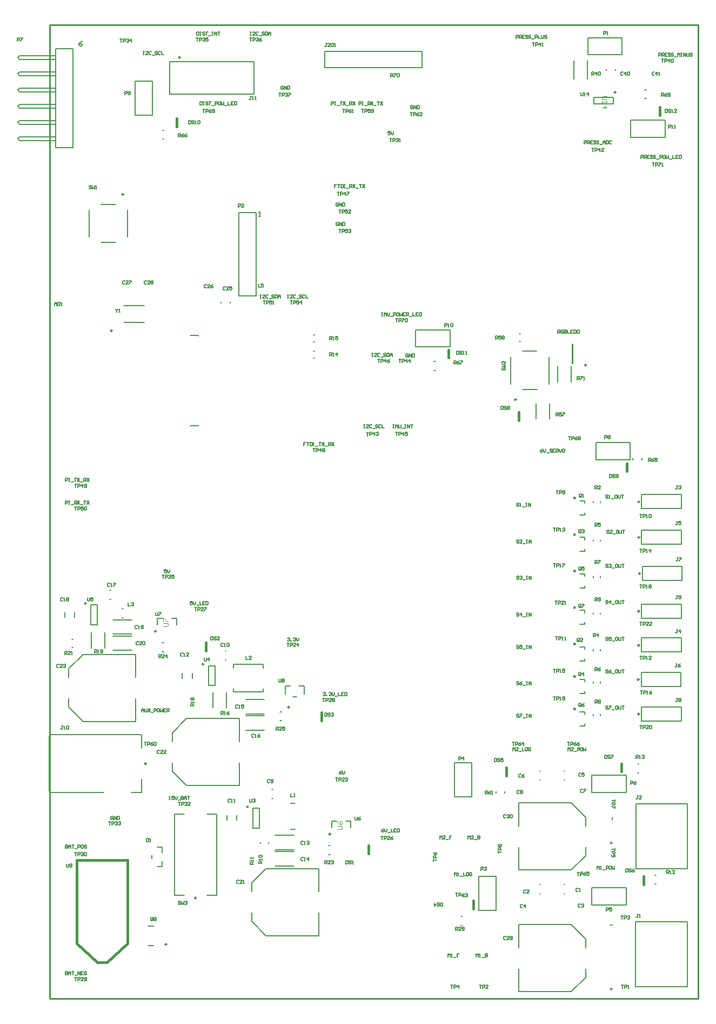
<source format=gto>
G04*
G04 #@! TF.GenerationSoftware,Altium Limited,Altium Designer,22.6.1 (34)*
G04*
G04 Layer_Color=65535*
%FSLAX25Y25*%
%MOIN*%
G70*
G04*
G04 #@! TF.SameCoordinates,7D94B0EB-34EF-48B3-BABB-182D4114F96C*
G04*
G04*
G04 #@! TF.FilePolarity,Positive*
G04*
G01*
G75*
%ADD10C,0.00984*%
%ADD11C,0.00787*%
%ADD12C,0.01500*%
%ADD13C,0.01575*%
%ADD14C,0.00500*%
%ADD15C,0.00600*%
%ADD16C,0.01000*%
%ADD17C,0.00236*%
D10*
X138551Y511748D02*
G03*
X138551Y511748I-492J0D01*
G01*
X424252Y298602D02*
G03*
X424252Y298602I-492J0D01*
G01*
Y318602D02*
G03*
X424252Y318602I-492J0D01*
G01*
Y363602D02*
G03*
X424252Y363602I-492J0D01*
G01*
X430984Y490500D02*
G03*
X430984Y490500I-492J0D01*
G01*
X424252Y386102D02*
G03*
X424252Y386102I-492J0D01*
G01*
Y408602D02*
G03*
X424252Y408602I-492J0D01*
G01*
X122461Y343701D02*
G03*
X122461Y343701I-492J0D01*
G01*
X165689Y326496D02*
G03*
X165689Y326496I-492J0D01*
G01*
X194961Y306201D02*
G03*
X194961Y306201I-492J0D01*
G01*
X247874Y279784D02*
G03*
X247874Y279784I-492J0D01*
G01*
X159626Y245000D02*
G03*
X159626Y245000I-492J0D01*
G01*
X172126Y133622D02*
G03*
X172126Y133622I-492J0D01*
G01*
X222461Y218327D02*
G03*
X222461Y218327I-492J0D01*
G01*
X190374Y162165D02*
G03*
X190374Y162165I-492J0D01*
G01*
X424252Y278602D02*
G03*
X424252Y278602I-492J0D01*
G01*
Y341102D02*
G03*
X424252Y341102I-492J0D01*
G01*
X273189Y201496D02*
G03*
X273189Y201496I-492J0D01*
G01*
X145492Y595709D02*
G03*
X145492Y595709I-492J0D01*
G01*
X387776Y469291D02*
G03*
X387776Y469291I-492J0D01*
G01*
X180492Y680079D02*
G03*
X180492Y680079I-492J0D01*
G01*
X449202Y658620D02*
G03*
X449202Y658620I-492J0D01*
G01*
X463819Y338858D02*
G03*
X463819Y338858I-492J0D01*
G01*
Y275485D02*
G03*
X463819Y275485I-492J0D01*
G01*
X464402Y362156D02*
G03*
X464402Y362156I-492J0D01*
G01*
X463556Y296713D02*
G03*
X463556Y296713I-492J0D01*
G01*
X463819Y384376D02*
G03*
X463819Y384376I-492J0D01*
G01*
X463819Y317891D02*
G03*
X463819Y317891I-492J0D01*
G01*
X463819Y406358D02*
G03*
X463819Y406358I-492J0D01*
G01*
D11*
X99684Y228268D02*
G03*
X100669Y227284I984J0D01*
G01*
Y262717D02*
G03*
X99684Y261732I0J-984D01*
G01*
X186819Y453087D02*
X191720D01*
Y508461D02*
Y508795D01*
Y453087D02*
Y453421D01*
X186819Y508795D02*
X191720D01*
X430158Y288169D02*
Y289547D01*
X427008Y288169D02*
X430158D01*
Y295453D02*
Y296831D01*
X427008D02*
X430158D01*
Y308169D02*
Y309547D01*
X427008Y308169D02*
X430158D01*
Y315453D02*
Y316831D01*
X427008D02*
X430158D01*
Y353169D02*
Y354547D01*
X427008Y353169D02*
X430158D01*
Y360453D02*
Y361831D01*
X427008D02*
X430158D01*
X422402Y491595D02*
Y503406D01*
X422598Y491595D02*
Y503406D01*
X422402Y491595D02*
X422598D01*
X422402Y503406D02*
X422598D01*
X152705Y644410D02*
X163295D01*
Y665590D01*
X152705D02*
X163295D01*
X152705Y644410D02*
Y665590D01*
X349705Y245590D02*
X360295D01*
X349705Y224410D02*
Y245590D01*
Y224410D02*
X360295D01*
Y245590D01*
X380756Y226669D02*
Y227654D01*
X375244Y226669D02*
Y227654D01*
X175583Y258496D02*
Y263811D01*
X184441Y272669D02*
X216921D01*
Y258496D02*
Y272669D01*
Y231331D02*
Y245504D01*
X184441Y231331D02*
X216921D01*
X175583Y240189D02*
X184441Y231331D01*
X175583Y240189D02*
Y245504D01*
Y263811D02*
X184441Y272669D01*
X430158Y375669D02*
Y377047D01*
X427008Y375669D02*
X430158D01*
Y382953D02*
Y384331D01*
X427008D02*
X430158D01*
Y398169D02*
Y399547D01*
X427008Y398169D02*
X430158D01*
Y405453D02*
Y406831D01*
X427008D02*
X430158D01*
X325759Y501698D02*
Y512289D01*
Y501698D02*
X346940D01*
Y512289D01*
X325759D02*
X346940D01*
X262681Y494736D02*
X263469D01*
X262681Y499264D02*
X263469D01*
X262681Y504736D02*
X263469D01*
X262681Y509264D02*
X263469D01*
X145622Y527118D02*
X158221D01*
X145622Y516882D02*
X158221D01*
X211429Y528835D02*
Y529425D01*
X205720Y528835D02*
Y529425D01*
X109318Y335052D02*
Y338177D01*
X115445Y335052D02*
Y338177D01*
X113714Y316539D02*
X114286D01*
X113714Y321461D02*
X114286D01*
X134114Y316208D02*
Y325705D01*
X125650Y316208D02*
Y325705D01*
X125413Y342717D02*
X129350D01*
X125413Y330512D02*
X129350D01*
X125413D02*
Y342717D01*
X129350Y330512D02*
Y342717D01*
X137087Y351969D02*
X137677D01*
X137087Y346260D02*
X137677D01*
X166476Y330433D02*
Y334370D01*
X169528D01*
X178287Y330433D02*
Y334370D01*
X175236D02*
X178287D01*
X187945Y297552D02*
Y300677D01*
X181818Y297552D02*
Y300677D01*
X208228Y308760D02*
X208819D01*
X208228Y314469D02*
X208819D01*
X201850Y293012D02*
Y305217D01*
X197913Y293012D02*
Y305217D01*
Y293012D02*
X201850D01*
X197913Y305217D02*
X201850D01*
X250039Y286083D02*
X252205D01*
X257028Y287657D02*
Y292776D01*
X245216D02*
X248465D01*
X253780D02*
X257028D01*
X245216Y287657D02*
Y292776D01*
X111713Y298110D02*
Y303425D01*
X120571Y312283D02*
X153051D01*
Y298110D02*
Y312283D01*
Y270945D02*
Y285118D01*
X120571Y270945D02*
X153051D01*
X111713Y279803D02*
X120571Y270945D01*
X111713Y279803D02*
Y285118D01*
Y303425D02*
X120571Y312283D01*
X156772Y254449D02*
Y262717D01*
X150276Y227284D02*
X156693D01*
X100669D02*
X133346D01*
X156693D02*
Y235551D01*
X99685Y228268D02*
Y261732D01*
X100669Y262717D02*
X156693D01*
X160709Y132835D02*
X164055D01*
X160709Y144646D02*
X164055D01*
X237087Y229095D02*
X237677D01*
X237087Y223386D02*
X237677D01*
X229350Y205138D02*
Y217342D01*
X225413Y205138D02*
Y217342D01*
Y205138D02*
X229350D01*
X225413Y217342D02*
X229350D01*
X209318Y210052D02*
Y213177D01*
X215445Y210052D02*
Y213177D01*
X176890Y163740D02*
Y213740D01*
X196870D02*
X202874D01*
X176890D02*
X182894D01*
X202874Y163740D02*
Y213740D01*
X196870Y163740D02*
X202874D01*
X176890D02*
X182894D01*
X462508Y239244D02*
X463492D01*
X462508Y244756D02*
X463492D01*
X434410Y227205D02*
Y237795D01*
Y227205D02*
X455590D01*
Y237795D01*
X434410D02*
X455590D01*
X435236Y294606D02*
Y295394D01*
X439764Y294606D02*
Y295394D01*
X435236Y314606D02*
Y315394D01*
X439764Y314606D02*
Y315394D01*
X435236Y359606D02*
Y360394D01*
X439764Y359606D02*
Y360394D01*
X435236Y382106D02*
Y382894D01*
X439764Y382106D02*
Y382894D01*
X435236Y274606D02*
Y275394D01*
X439764Y274606D02*
Y275394D01*
X430158Y268169D02*
Y269547D01*
X427008Y268169D02*
X430158D01*
Y275453D02*
Y276831D01*
X427008D02*
X430158D01*
X435236Y337106D02*
Y337894D01*
X439764Y337106D02*
Y337894D01*
X430158Y330669D02*
Y332047D01*
X427008Y330669D02*
X430158D01*
Y337953D02*
Y339331D01*
X427008D02*
X430158D01*
X435236Y405650D02*
Y406437D01*
X439764Y405650D02*
Y406437D01*
X436909Y432205D02*
Y442795D01*
Y432205D02*
X458090D01*
Y442795D01*
X436909D02*
X458090D01*
X465256Y432008D02*
Y432992D01*
X459744Y432008D02*
Y432992D01*
X453102Y681698D02*
Y692288D01*
X431920D02*
X453102D01*
X431920Y681698D02*
Y692288D01*
Y681698D02*
X453102D01*
X273976Y205433D02*
Y209370D01*
X277028D01*
X285787Y205433D02*
Y209370D01*
X282736D02*
X285787D01*
X241890Y271358D02*
X242874D01*
X241890Y276870D02*
X242874D01*
X169390Y319370D02*
X170374D01*
X169390Y313858D02*
X170374D01*
X271890Y194370D02*
X272874D01*
X271890Y188858D02*
X272874D01*
X209114Y279366D02*
Y288862D01*
X200650Y279366D02*
Y288862D01*
X144508Y340354D02*
X145492D01*
X144508Y334646D02*
X145492D01*
X213248Y303701D02*
Y305984D01*
Y289016D02*
Y291299D01*
Y289016D02*
X231752D01*
Y303701D02*
Y305984D01*
Y289016D02*
Y291299D01*
X213248Y305984D02*
X231752D01*
X248622Y204626D02*
X251378D01*
X248622Y220374D02*
X251378D01*
X163150Y186417D02*
Y188543D01*
X166339Y181496D02*
X169449D01*
Y190157D02*
Y193465D01*
Y181496D02*
Y184803D01*
X166339Y193465D02*
X169449D01*
X224579Y171311D02*
X233437Y180169D01*
X224579Y147689D02*
Y153004D01*
Y147689D02*
X233437Y138831D01*
X265917D01*
Y153004D01*
Y165996D02*
Y180169D01*
X233437D02*
X265917D01*
X224579Y165996D02*
Y171311D01*
X139161Y323555D02*
X150603D01*
X139161Y314673D02*
X150603D01*
X139161Y333556D02*
X150603D01*
X139161Y324673D02*
X150603D01*
X221028Y265559D02*
X232470D01*
X221028Y274441D02*
X232470D01*
X221028Y275559D02*
X232470D01*
X221028Y284441D02*
X232470D01*
X239161Y190682D02*
X250603D01*
X239161Y181799D02*
X250603D01*
X239161Y200681D02*
X250603D01*
X239161Y191799D02*
X250603D01*
X229921Y195846D02*
Y196634D01*
X234842Y195846D02*
Y196634D01*
X421811Y104331D02*
X430669Y113189D01*
Y131496D02*
Y136811D01*
X421811Y145669D02*
X430669Y136811D01*
X389331Y145669D02*
X421811D01*
X389331Y131496D02*
Y145669D01*
Y104331D02*
Y118504D01*
Y104331D02*
X421811D01*
X430669Y113189D02*
Y118504D01*
X131697Y589587D02*
X140587D01*
X131811Y566004D02*
X140587D01*
X147933Y569527D02*
Y586079D01*
X124350Y569527D02*
Y586079D01*
X216698Y533259D02*
X227289D01*
Y584440D01*
X216698D02*
X227289D01*
X216698Y533259D02*
Y584440D01*
X337008Y487244D02*
X337992D01*
X337008Y492756D02*
X337992D01*
X421732Y480252D02*
Y489748D01*
X413268Y480252D02*
Y489748D01*
X389606Y505236D02*
X390394D01*
X389606Y509764D02*
X390394D01*
X391697Y475413D02*
X400587D01*
X391697Y498996D02*
X400472D01*
X384350Y478921D02*
Y495472D01*
X407933Y478921D02*
Y495472D01*
X225984Y657500D02*
Y677500D01*
X174016Y657500D02*
X225984D01*
X174016D02*
Y677500D01*
X225984D01*
X169508Y629744D02*
X170492D01*
X169508Y635256D02*
X170492D01*
X269519Y683847D02*
X329519D01*
X269519Y673847D02*
X329519D01*
Y683847D01*
X269519Y673847D02*
Y683847D01*
X447824Y651632D02*
Y655569D01*
X435619Y651632D02*
Y655569D01*
X447824D01*
X435619Y651632D02*
X447824D01*
X467008Y660256D02*
X467992D01*
X467008Y654744D02*
X467992D01*
X431756Y666779D02*
Y678221D01*
X423244Y666779D02*
Y678221D01*
X458395Y630792D02*
X479576D01*
X458395D02*
Y641383D01*
X479576D01*
Y630792D02*
Y641383D01*
X443307Y672205D02*
Y672795D01*
X449016Y672205D02*
Y672795D01*
X430669Y188189D02*
Y193504D01*
X389331Y179331D02*
X421811D01*
X389331D02*
Y193504D01*
Y206496D02*
Y220669D01*
X421811D01*
X430669Y211811D01*
Y206496D02*
Y211811D01*
X421811Y179331D02*
X430669Y188189D01*
X473172Y170744D02*
X474157D01*
X473172Y176256D02*
X474157D01*
X434410Y157736D02*
Y168327D01*
Y157736D02*
X455590D01*
Y168327D01*
X434410D02*
X455590D01*
X364705Y175591D02*
X375295D01*
X364705Y154409D02*
Y175591D01*
Y154409D02*
X375295D01*
Y175591D01*
X353508Y150756D02*
X354492D01*
X353508Y145244D02*
X354492D01*
X461487Y147316D02*
X493376D01*
X461486Y107316D02*
X493376D01*
Y147316D01*
X461487Y107317D02*
Y147316D01*
X408299Y457456D02*
Y466953D01*
X399834Y457456D02*
Y466953D01*
X81260Y681260D02*
X103799D01*
X81260Y678740D02*
X103799D01*
X80472Y680000D02*
X81260Y681260D01*
X80472Y680000D02*
X81260Y678740D01*
X80472Y670000D02*
X81260Y668740D01*
X80472Y670000D02*
X81260Y671260D01*
Y668740D02*
X103799D01*
X81260Y671260D02*
X103799D01*
X80472Y650000D02*
X81260Y648740D01*
X80472Y650000D02*
X81260Y651260D01*
Y648740D02*
X103799D01*
X81260Y651260D02*
X103799D01*
Y624409D02*
X114390D01*
X103799D02*
Y685591D01*
X114390D01*
Y624409D02*
Y685591D01*
X81260Y631260D02*
X103799D01*
X81260Y628740D02*
X103799D01*
X80472Y630000D02*
X81260Y631260D01*
X80472Y630000D02*
X81260Y628740D01*
Y641260D02*
X103799D01*
X81260Y638740D02*
X103799D01*
X80472Y640000D02*
X81260Y641260D01*
X80472Y640000D02*
X81260Y638740D01*
Y661260D02*
X103799D01*
X81260Y658740D02*
X103799D01*
X80472Y660000D02*
X81260Y661260D01*
X80472Y660000D02*
X81260Y658740D01*
X465098Y343287D02*
X489508D01*
Y334626D02*
Y343287D01*
X465098Y334626D02*
X489508D01*
X465098D02*
Y343287D01*
Y279914D02*
X489508D01*
Y271253D02*
Y279914D01*
X465098Y271253D02*
X489508D01*
X465098D02*
Y279914D01*
X465682Y366585D02*
X490091D01*
Y357924D02*
Y366585D01*
X465682Y357924D02*
X490091D01*
X465682D02*
Y366585D01*
X464836Y301142D02*
X489246D01*
Y292480D02*
Y301142D01*
X464836Y292480D02*
X489246D01*
X464836D02*
Y301142D01*
X465098Y388805D02*
X489508D01*
Y380144D02*
Y388805D01*
X465098Y380144D02*
X489508D01*
X465098D02*
Y388805D01*
X465098Y322320D02*
X489508D01*
Y313658D02*
Y322320D01*
X465098Y313658D02*
X489508D01*
X465098D02*
Y322320D01*
X465098Y410787D02*
X489508D01*
Y402126D02*
Y410787D01*
X465098Y402126D02*
X489508D01*
X465098D02*
Y410787D01*
X461556Y180000D02*
Y220000D01*
X493445Y180000D02*
Y220000D01*
X461556Y180000D02*
X493445D01*
X461556Y220000D02*
X493445D01*
X402205Y234646D02*
X402795D01*
X402205Y240354D02*
X402795D01*
X417205D02*
X417795D01*
X417205Y234646D02*
X417795D01*
X402205Y164646D02*
X402795D01*
X402205Y170354D02*
X402795D01*
X417205D02*
X417795D01*
X417205Y164646D02*
X417795D01*
D12*
X116634Y185472D02*
X148130D01*
X129429Y122480D02*
X135335D01*
X148130Y134291D02*
Y185472D01*
X116634Y134291D02*
Y185472D01*
Y134228D02*
X129429Y122417D01*
X135335D02*
X148130Y134228D01*
D13*
X381598Y237539D02*
Y242461D01*
X466331Y170539D02*
Y175461D01*
X452598Y240039D02*
Y244961D01*
X455965Y425039D02*
Y429961D01*
X389331Y456539D02*
Y461461D01*
X267598Y271539D02*
Y276461D01*
X196331Y314539D02*
Y319461D01*
X296598Y189539D02*
Y194461D01*
X345965Y495039D02*
Y499961D01*
X178465Y637539D02*
Y642461D01*
X476465Y644539D02*
Y649461D01*
X361465Y155539D02*
Y160461D01*
D14*
X437500Y179833D02*
Y181833D01*
X438166Y181166D01*
X438833Y181833D01*
Y179833D01*
X439499D02*
X440166D01*
X439833D01*
Y181833D01*
X439499Y181499D01*
X441165Y179500D02*
X442498D01*
X443165Y179833D02*
Y181833D01*
X444165D01*
X444498Y181499D01*
Y180833D01*
X444165Y180500D01*
X443165D01*
X446164Y181833D02*
X445497D01*
X445164Y181499D01*
Y180166D01*
X445497Y179833D01*
X446164D01*
X446497Y180166D01*
Y181499D01*
X446164Y181833D01*
X447163D02*
Y179833D01*
X447830Y180500D01*
X448496Y179833D01*
Y181833D01*
X349500Y175833D02*
Y177833D01*
X350166Y177166D01*
X350833Y177833D01*
Y175833D01*
X351499D02*
X352166D01*
X351833D01*
Y177833D01*
X351499Y177499D01*
X353166Y175500D02*
X354498D01*
X355165Y177833D02*
Y175833D01*
X356498D01*
X358164Y177833D02*
X357497D01*
X357164Y177499D01*
Y176166D01*
X357497Y175833D01*
X358164D01*
X358497Y176166D01*
Y177499D01*
X358164Y177833D01*
X360496Y177499D02*
X360163Y177833D01*
X359497D01*
X359163Y177499D01*
Y176166D01*
X359497Y175833D01*
X360163D01*
X360496Y176166D01*
Y176833D01*
X359830D01*
X385500Y252833D02*
Y254833D01*
X386166Y254166D01*
X386833Y254833D01*
Y252833D01*
X388832D02*
X387499D01*
X388832Y254166D01*
Y254499D01*
X388499Y254833D01*
X387833D01*
X387499Y254499D01*
X389499Y252500D02*
X390832D01*
X391498Y254833D02*
Y252833D01*
X392831D01*
X394497Y254833D02*
X393831D01*
X393497Y254499D01*
Y253167D01*
X393831Y252833D01*
X394497D01*
X394830Y253167D01*
Y254499D01*
X394497Y254833D01*
X396830Y254499D02*
X396496Y254833D01*
X395830D01*
X395497Y254499D01*
Y253167D01*
X395830Y252833D01*
X396496D01*
X396830Y253167D01*
Y253833D01*
X396163D01*
X419500Y252833D02*
Y254833D01*
X420166Y254166D01*
X420833Y254833D01*
Y252833D01*
X422832D02*
X421499D01*
X422832Y254166D01*
Y254499D01*
X422499Y254833D01*
X421833D01*
X421499Y254499D01*
X423499Y252500D02*
X424832D01*
X425498Y252833D02*
Y254833D01*
X426498D01*
X426831Y254499D01*
Y253833D01*
X426498Y253500D01*
X425498D01*
X428497Y254833D02*
X427831D01*
X427497Y254499D01*
Y253167D01*
X427831Y252833D01*
X428497D01*
X428830Y253167D01*
Y254499D01*
X428497Y254833D01*
X429497D02*
Y252833D01*
X430163Y253500D01*
X430830Y252833D01*
Y254833D01*
X403833Y438833D02*
X403166Y438499D01*
X402500Y437833D01*
Y437167D01*
X402833Y436833D01*
X403500D01*
X403833Y437167D01*
Y437500D01*
X403500Y437833D01*
X402500D01*
X404499Y438833D02*
Y437500D01*
X405166Y436833D01*
X405832Y437500D01*
Y438833D01*
X406499Y436500D02*
X407832D01*
X409831Y438499D02*
X409498Y438833D01*
X408831D01*
X408498Y438499D01*
Y438166D01*
X408831Y437833D01*
X409498D01*
X409831Y437500D01*
Y437167D01*
X409498Y436833D01*
X408831D01*
X408498Y437167D01*
X411830Y438833D02*
X410497D01*
Y436833D01*
X411830D01*
X410497Y437833D02*
X411164D01*
X412497Y436833D02*
Y438833D01*
X413496D01*
X413830Y438499D01*
Y437833D01*
X413496Y437500D01*
X412497D01*
X413163D02*
X413830Y436833D01*
X414496Y438833D02*
Y437500D01*
X415163Y436833D01*
X415829Y437500D01*
Y438833D01*
X417495D02*
X416829D01*
X416495Y438499D01*
Y437167D01*
X416829Y436833D01*
X417495D01*
X417828Y437167D01*
Y438499D01*
X417495Y438833D01*
X173500Y222833D02*
X174167D01*
X173833D01*
Y224833D01*
X173500Y224499D01*
X176499Y224833D02*
X175166D01*
Y223833D01*
X175833Y224166D01*
X176166D01*
X176499Y223833D01*
Y223166D01*
X176166Y222833D01*
X175499D01*
X175166Y223166D01*
X177165Y224833D02*
Y223500D01*
X177832Y222833D01*
X178498Y223500D01*
Y224833D01*
X179165Y222500D02*
X180498D01*
X181164Y224833D02*
Y222833D01*
X182164D01*
X182497Y223166D01*
Y223500D01*
X182164Y223833D01*
X181164D01*
X182164D01*
X182497Y224166D01*
Y224499D01*
X182164Y224833D01*
X181164D01*
X183163Y222833D02*
Y224166D01*
X183830Y224833D01*
X184496Y224166D01*
Y222833D01*
Y223833D01*
X183163D01*
X185163Y224833D02*
X186496D01*
X185829D01*
Y222833D01*
X138833Y212166D02*
X138500Y212499D01*
X137833D01*
X137500Y212166D01*
Y210833D01*
X137833Y210500D01*
X138500D01*
X138833Y210833D01*
Y211500D01*
X138166D01*
X139499Y210500D02*
Y212499D01*
X140832Y210500D01*
Y212499D01*
X141499D02*
Y210500D01*
X142498D01*
X142832Y210833D01*
Y212166D01*
X142498Y212499D01*
X141499D01*
X156500Y276833D02*
Y278166D01*
X157167Y278833D01*
X157833Y278166D01*
Y276833D01*
Y277833D01*
X156500D01*
X158499Y278833D02*
Y277167D01*
X158833Y276833D01*
X159499D01*
X159832Y277167D01*
Y278833D01*
X160499D02*
X161832Y276833D01*
Y278833D02*
X160499Y276833D01*
X162498Y276500D02*
X163831D01*
X164497Y276833D02*
Y278833D01*
X165497D01*
X165830Y278499D01*
Y277833D01*
X165497Y277500D01*
X164497D01*
X167496Y278833D02*
X166830D01*
X166497Y278499D01*
Y277167D01*
X166830Y276833D01*
X167496D01*
X167830Y277167D01*
Y278499D01*
X167496Y278833D01*
X168496D02*
Y276833D01*
X169163Y277500D01*
X169829Y276833D01*
Y278833D01*
X171828D02*
X170495D01*
Y276833D01*
X171828D01*
X170495Y277833D02*
X171162D01*
X172495Y276833D02*
Y278833D01*
X173495D01*
X173828Y278499D01*
Y277833D01*
X173495Y277500D01*
X172495D01*
X173161D02*
X173828Y276833D01*
X305833Y204833D02*
X305166Y204499D01*
X304500Y203833D01*
Y203167D01*
X304833Y202833D01*
X305500D01*
X305833Y203167D01*
Y203500D01*
X305500Y203833D01*
X304500D01*
X306499Y204833D02*
Y203500D01*
X307166Y202833D01*
X307832Y203500D01*
Y204833D01*
X308499Y202500D02*
X309832D01*
X310498Y204833D02*
Y202833D01*
X311831D01*
X313830Y204833D02*
X312497D01*
Y202833D01*
X313830D01*
X312497Y203833D02*
X313164D01*
X314497Y204833D02*
Y202833D01*
X315496D01*
X315830Y203167D01*
Y204499D01*
X315496Y204833D01*
X314497D01*
X268500Y288499D02*
X268833Y288833D01*
X269500D01*
X269833Y288499D01*
Y288166D01*
X269500Y287833D01*
X269166D01*
X269500D01*
X269833Y287500D01*
Y287167D01*
X269500Y286833D01*
X268833D01*
X268500Y287167D01*
X270499Y286833D02*
Y287167D01*
X270833D01*
Y286833D01*
X270499D01*
X272165Y288499D02*
X272499Y288833D01*
X273165D01*
X273498Y288499D01*
Y288166D01*
X273165Y287833D01*
X272832D01*
X273165D01*
X273498Y287500D01*
Y287167D01*
X273165Y286833D01*
X272499D01*
X272165Y287167D01*
X274165Y288833D02*
Y287500D01*
X274831Y286833D01*
X275498Y287500D01*
Y288833D01*
X276164Y286500D02*
X277497D01*
X278164Y288833D02*
Y286833D01*
X279496D01*
X281496Y288833D02*
X280163D01*
Y286833D01*
X281496D01*
X280163Y287833D02*
X280829D01*
X282162Y288833D02*
Y286833D01*
X283162D01*
X283495Y287167D01*
Y288499D01*
X283162Y288833D01*
X282162D01*
X187833Y344833D02*
X186500D01*
Y343833D01*
X187167Y344166D01*
X187500D01*
X187833Y343833D01*
Y343166D01*
X187500Y342833D01*
X186833D01*
X186500Y343166D01*
X188499Y344833D02*
Y343500D01*
X189166Y342833D01*
X189832Y343500D01*
Y344833D01*
X190499Y342500D02*
X191832D01*
X192498Y344833D02*
Y342833D01*
X193831D01*
X195830Y344833D02*
X194497D01*
Y342833D01*
X195830D01*
X194497Y343833D02*
X195164D01*
X196497Y344833D02*
Y342833D01*
X197496D01*
X197830Y343166D01*
Y344499D01*
X197496Y344833D01*
X196497D01*
X246500Y322166D02*
X246833Y322499D01*
X247500D01*
X247833Y322166D01*
Y321833D01*
X247500Y321500D01*
X247166D01*
X247500D01*
X247833Y321166D01*
Y320833D01*
X247500Y320500D01*
X246833D01*
X246500Y320833D01*
X248499Y320500D02*
Y320833D01*
X248833D01*
Y320500D01*
X248499D01*
X250166Y322166D02*
X250499Y322499D01*
X251165D01*
X251498Y322166D01*
Y321833D01*
X251165Y321500D01*
X250832D01*
X251165D01*
X251498Y321166D01*
Y320833D01*
X251165Y320500D01*
X250499D01*
X250166Y320833D01*
X252165Y322499D02*
Y321166D01*
X252831Y320500D01*
X253498Y321166D01*
Y322499D01*
X109500Y194833D02*
Y192833D01*
X110500D01*
X110833Y193166D01*
Y193500D01*
X110500Y193833D01*
X109500D01*
X110500D01*
X110833Y194166D01*
Y194499D01*
X110500Y194833D01*
X109500D01*
X111499Y192833D02*
Y194166D01*
X112166Y194833D01*
X112832Y194166D01*
Y192833D01*
Y193833D01*
X111499D01*
X113499Y194833D02*
X114832D01*
X114165D01*
Y192833D01*
X115498Y192500D02*
X116831D01*
X117497Y192833D02*
Y194833D01*
X118497D01*
X118830Y194499D01*
Y193833D01*
X118497Y193500D01*
X117497D01*
X120496Y194833D02*
X119830D01*
X119497Y194499D01*
Y193166D01*
X119830Y192833D01*
X120496D01*
X120830Y193166D01*
Y194499D01*
X120496Y194833D01*
X122829Y194499D02*
X122496Y194833D01*
X121829D01*
X121496Y194499D01*
Y194166D01*
X121829Y193833D01*
X122496D01*
X122829Y193500D01*
Y193166D01*
X122496Y192833D01*
X121829D01*
X121496Y193166D01*
X109500Y116833D02*
Y114833D01*
X110500D01*
X110833Y115166D01*
Y115500D01*
X110500Y115833D01*
X109500D01*
X110500D01*
X110833Y116166D01*
Y116499D01*
X110500Y116833D01*
X109500D01*
X111499Y114833D02*
Y116166D01*
X112166Y116833D01*
X112832Y116166D01*
Y114833D01*
Y115833D01*
X111499D01*
X113499Y116833D02*
X114832D01*
X114165D01*
Y114833D01*
X115498Y114500D02*
X116831D01*
X117497Y114833D02*
Y116833D01*
X118830Y114833D01*
Y116833D01*
X120830D02*
X119497D01*
Y114833D01*
X120830D01*
X119497Y115833D02*
X120163D01*
X122829Y116499D02*
X122496Y116833D01*
X121829D01*
X121496Y116499D01*
Y115166D01*
X121829Y114833D01*
X122496D01*
X122829Y115166D01*
Y115833D01*
X122163D01*
X171833Y364499D02*
X170500D01*
Y363500D01*
X171167Y363833D01*
X171500D01*
X171833Y363500D01*
Y362833D01*
X171500Y362500D01*
X170833D01*
X170500Y362833D01*
X172499Y364499D02*
Y363166D01*
X173166Y362500D01*
X173832Y363166D01*
Y364499D01*
X279833Y240499D02*
X279166Y240166D01*
X278500Y239500D01*
Y238833D01*
X278833Y238500D01*
X279500D01*
X279833Y238833D01*
Y239166D01*
X279500Y239500D01*
X278500D01*
X280499Y240499D02*
Y239166D01*
X281166Y238500D01*
X281832Y239166D01*
Y240499D01*
X304500Y522833D02*
X305166D01*
X304833D01*
Y520833D01*
X304500D01*
X305166D01*
X306166D02*
Y522833D01*
X306833Y522166D01*
X307499Y522833D01*
Y520833D01*
X308166Y522833D02*
Y521167D01*
X308499Y520833D01*
X309165D01*
X309498Y521167D01*
Y522833D01*
X310165Y520500D02*
X311498D01*
X312164Y520833D02*
Y522833D01*
X313164D01*
X313497Y522499D01*
Y521833D01*
X313164Y521500D01*
X312164D01*
X315163Y522833D02*
X314497D01*
X314163Y522499D01*
Y521167D01*
X314497Y520833D01*
X315163D01*
X315496Y521167D01*
Y522499D01*
X315163Y522833D01*
X316163D02*
Y520833D01*
X316829Y521500D01*
X317496Y520833D01*
Y522833D01*
X319495D02*
X318162D01*
Y520833D01*
X319495D01*
X318162Y521833D02*
X318829D01*
X320162Y520833D02*
Y522833D01*
X321161D01*
X321495Y522499D01*
Y521833D01*
X321161Y521500D01*
X320162D01*
X320828D02*
X321495Y520833D01*
X322161Y520500D02*
X323494D01*
X324160Y522833D02*
Y520833D01*
X325493D01*
X327492Y522833D02*
X326160D01*
Y520833D01*
X327492D01*
X326160Y521833D02*
X326826D01*
X328159Y522833D02*
Y520833D01*
X329159D01*
X329492Y521167D01*
Y522499D01*
X329159Y522833D01*
X328159D01*
X298500Y497833D02*
X299166D01*
X298833D01*
Y495833D01*
X298500D01*
X299166D01*
X301499D02*
X300166D01*
X301499Y497166D01*
Y497499D01*
X301166Y497833D01*
X300499D01*
X300166Y497499D01*
X303498D02*
X303165Y497833D01*
X302499D01*
X302166Y497499D01*
Y496167D01*
X302499Y495833D01*
X303165D01*
X303498Y496167D01*
X304165Y495500D02*
X305498D01*
X307497Y497499D02*
X307164Y497833D01*
X306497D01*
X306164Y497499D01*
Y497166D01*
X306497Y496833D01*
X307164D01*
X307497Y496500D01*
Y496167D01*
X307164Y495833D01*
X306497D01*
X306164Y496167D01*
X308163Y497833D02*
Y495833D01*
X309163D01*
X309496Y496167D01*
Y497499D01*
X309163Y497833D01*
X308163D01*
X310163Y495833D02*
Y497166D01*
X310829Y497833D01*
X311496Y497166D01*
Y495833D01*
Y496833D01*
X310163D01*
X320833Y497166D02*
X320500Y497499D01*
X319833D01*
X319500Y497166D01*
Y495833D01*
X319833Y495500D01*
X320500D01*
X320833Y495833D01*
Y496500D01*
X320166D01*
X321499Y495500D02*
Y497499D01*
X322832Y495500D01*
Y497499D01*
X323499D02*
Y495500D01*
X324498D01*
X324832Y495833D01*
Y497166D01*
X324498Y497499D01*
X323499D01*
X311500Y453833D02*
X312166D01*
X311833D01*
Y451833D01*
X311500D01*
X312166D01*
X313166D02*
Y453833D01*
X313833Y453166D01*
X314499Y453833D01*
Y451833D01*
X315165Y453833D02*
Y452167D01*
X315499Y451833D01*
X316165D01*
X316498Y452167D01*
Y453833D01*
X317165Y451500D02*
X318498D01*
X319164Y453833D02*
X319831D01*
X319497D01*
Y451833D01*
X319164D01*
X319831D01*
X320830D02*
Y453833D01*
X322163Y451833D01*
Y453833D01*
X322830D02*
X324163D01*
X323496D01*
Y451833D01*
X293500Y453833D02*
X294166D01*
X293833D01*
Y451833D01*
X293500D01*
X294166D01*
X296499D02*
X295166D01*
X296499Y453166D01*
Y453499D01*
X296166Y453833D01*
X295499D01*
X295166Y453499D01*
X298498D02*
X298165Y453833D01*
X297499D01*
X297165Y453499D01*
Y452167D01*
X297499Y451833D01*
X298165D01*
X298498Y452167D01*
X299165Y451500D02*
X300498D01*
X302497Y453499D02*
X302164Y453833D01*
X301497D01*
X301164Y453499D01*
Y453166D01*
X301497Y452833D01*
X302164D01*
X302497Y452500D01*
Y452167D01*
X302164Y451833D01*
X301497D01*
X301164Y452167D01*
X304496Y453499D02*
X304163Y453833D01*
X303497D01*
X303164Y453499D01*
Y452167D01*
X303497Y451833D01*
X304163D01*
X304496Y452167D01*
X305163Y453833D02*
Y451833D01*
X306496D01*
X109500Y404833D02*
Y406833D01*
X110500D01*
X110833Y406499D01*
Y405833D01*
X110500Y405500D01*
X109500D01*
X111499Y406833D02*
X112166D01*
X111833D01*
Y404833D01*
X111499D01*
X112166D01*
X113165Y404500D02*
X114498D01*
X115165Y404833D02*
Y406833D01*
X116165D01*
X116498Y406499D01*
Y405833D01*
X116165Y405500D01*
X115165D01*
X115831D02*
X116498Y404833D01*
X117164Y406833D02*
X118497Y404833D01*
Y406833D02*
X117164Y404833D01*
X119164Y404500D02*
X120496D01*
X121163Y406833D02*
X122496D01*
X121829D01*
Y404833D01*
X123162Y406833D02*
X124495Y404833D01*
Y406833D02*
X123162Y404833D01*
X109500Y418833D02*
Y420833D01*
X110500D01*
X110833Y420499D01*
Y419833D01*
X110500Y419500D01*
X109500D01*
X111499Y420833D02*
X112166D01*
X111833D01*
Y418833D01*
X111499D01*
X112166D01*
X113165Y418500D02*
X114498D01*
X115165Y420833D02*
X116498D01*
X115831D01*
Y418833D01*
X117164Y420833D02*
X118497Y418833D01*
Y420833D02*
X117164Y418833D01*
X119164Y418500D02*
X120496D01*
X121163Y418833D02*
Y420833D01*
X122163D01*
X122496Y420499D01*
Y419833D01*
X122163Y419500D01*
X121163D01*
X121829D02*
X122496Y418833D01*
X123162Y420833D02*
X124495Y418833D01*
Y420833D02*
X123162Y418833D01*
X257833Y442833D02*
X256500D01*
Y441833D01*
X257166D01*
X256500D01*
Y440833D01*
X258499Y442833D02*
X259832D01*
X259166D01*
Y440833D01*
X260499Y442833D02*
Y440833D01*
X261498D01*
X261832Y441166D01*
Y442499D01*
X261498Y442833D01*
X260499D01*
X262498D02*
X263164D01*
X262831D01*
Y440833D01*
X262498D01*
X263164D01*
X264164Y440500D02*
X265497D01*
X266163Y442833D02*
X267496D01*
X266830D01*
Y440833D01*
X268163Y442833D02*
X269496Y440833D01*
Y442833D02*
X268163Y440833D01*
X270162Y440500D02*
X271495D01*
X272162Y440833D02*
Y442833D01*
X273161D01*
X273495Y442499D01*
Y441833D01*
X273161Y441500D01*
X272162D01*
X272828D02*
X273495Y440833D01*
X274161Y442833D02*
X275494Y440833D01*
Y442833D02*
X274161Y440833D01*
X246500Y533833D02*
X247166D01*
X246833D01*
Y531833D01*
X246500D01*
X247166D01*
X249499D02*
X248166D01*
X249499Y533166D01*
Y533499D01*
X249166Y533833D01*
X248499D01*
X248166Y533499D01*
X251498D02*
X251165Y533833D01*
X250499D01*
X250166Y533499D01*
Y532166D01*
X250499Y531833D01*
X251165D01*
X251498Y532166D01*
X252165Y531500D02*
X253498D01*
X255497Y533499D02*
X255164Y533833D01*
X254497D01*
X254164Y533499D01*
Y533166D01*
X254497Y532833D01*
X255164D01*
X255497Y532500D01*
Y532166D01*
X255164Y531833D01*
X254497D01*
X254164Y532166D01*
X257496Y533499D02*
X257163Y533833D01*
X256497D01*
X256164Y533499D01*
Y532166D01*
X256497Y531833D01*
X257163D01*
X257496Y532166D01*
X258163Y533833D02*
Y531833D01*
X259496D01*
X229500Y533833D02*
X230166D01*
X229833D01*
Y531833D01*
X229500D01*
X230166D01*
X232499D02*
X231166D01*
X232499Y533166D01*
Y533499D01*
X232166Y533833D01*
X231499D01*
X231166Y533499D01*
X234498D02*
X234165Y533833D01*
X233499D01*
X233166Y533499D01*
Y532166D01*
X233499Y531833D01*
X234165D01*
X234498Y532166D01*
X235165Y531500D02*
X236498D01*
X238497Y533499D02*
X238164Y533833D01*
X237497D01*
X237164Y533499D01*
Y533166D01*
X237497Y532833D01*
X238164D01*
X238497Y532500D01*
Y532166D01*
X238164Y531833D01*
X237497D01*
X237164Y532166D01*
X239163Y533833D02*
Y531833D01*
X240163D01*
X240496Y532166D01*
Y533499D01*
X240163Y533833D01*
X239163D01*
X241163Y531833D02*
Y533166D01*
X241829Y533833D01*
X242496Y533166D01*
Y531833D01*
Y532833D01*
X241163D01*
X277833Y578166D02*
X277500Y578499D01*
X276833D01*
X276500Y578166D01*
Y576833D01*
X276833Y576500D01*
X277500D01*
X277833Y576833D01*
Y577500D01*
X277166D01*
X278499Y576500D02*
Y578499D01*
X279832Y576500D01*
Y578499D01*
X280499D02*
Y576500D01*
X281498D01*
X281832Y576833D01*
Y578166D01*
X281498Y578499D01*
X280499D01*
X277833Y590166D02*
X277500Y590499D01*
X276833D01*
X276500Y590166D01*
Y588833D01*
X276833Y588500D01*
X277500D01*
X277833Y588833D01*
Y589500D01*
X277166D01*
X278499Y588500D02*
Y590499D01*
X279832Y588500D01*
Y590499D01*
X280499D02*
Y588500D01*
X281498D01*
X281832Y588833D01*
Y590166D01*
X281498Y590499D01*
X280499D01*
X276833Y601833D02*
X275500D01*
Y600833D01*
X276166D01*
X275500D01*
Y599833D01*
X277499Y601833D02*
X278832D01*
X278166D01*
Y599833D01*
X279499Y601833D02*
Y599833D01*
X280498D01*
X280832Y600167D01*
Y601499D01*
X280498Y601833D01*
X279499D01*
X281498D02*
X282165D01*
X281831D01*
Y599833D01*
X281498D01*
X282165D01*
X283164Y599500D02*
X284497D01*
X285163Y599833D02*
Y601833D01*
X286163D01*
X286496Y601499D01*
Y600833D01*
X286163Y600500D01*
X285163D01*
X285830D02*
X286496Y599833D01*
X287163Y601833D02*
X288496Y599833D01*
Y601833D02*
X287163Y599833D01*
X289162Y599500D02*
X290495D01*
X291162Y601833D02*
X292495D01*
X291828D01*
Y599833D01*
X293161Y601833D02*
X294494Y599833D01*
Y601833D02*
X293161Y599833D01*
X323833Y650166D02*
X323500Y650499D01*
X322833D01*
X322500Y650166D01*
Y648833D01*
X322833Y648500D01*
X323500D01*
X323833Y648833D01*
Y649500D01*
X323166D01*
X324499Y648500D02*
Y650499D01*
X325832Y648500D01*
Y650499D01*
X326499D02*
Y648500D01*
X327498D01*
X327832Y648833D01*
Y650166D01*
X327498Y650499D01*
X326499D01*
X309833Y634499D02*
X308500D01*
Y633500D01*
X309166Y633833D01*
X309500D01*
X309833Y633500D01*
Y632833D01*
X309500Y632500D01*
X308833D01*
X308500Y632833D01*
X310499Y634499D02*
Y633166D01*
X311166Y632500D01*
X311832Y633166D01*
Y634499D01*
X290500Y650833D02*
Y652833D01*
X291500D01*
X291833Y652499D01*
Y651833D01*
X291500Y651500D01*
X290500D01*
X292499Y652833D02*
X293166D01*
X292833D01*
Y650833D01*
X292499D01*
X293166D01*
X294165Y650500D02*
X295498D01*
X296165Y650833D02*
Y652833D01*
X297165D01*
X297498Y652499D01*
Y651833D01*
X297165Y651500D01*
X296165D01*
X296831D02*
X297498Y650833D01*
X298164Y652833D02*
X299497Y650833D01*
Y652833D02*
X298164Y650833D01*
X300164Y650500D02*
X301496D01*
X302163Y652833D02*
X303496D01*
X302829D01*
Y650833D01*
X304162Y652833D02*
X305495Y650833D01*
Y652833D02*
X304162Y650833D01*
X273500D02*
Y652833D01*
X274500D01*
X274833Y652499D01*
Y651833D01*
X274500Y651500D01*
X273500D01*
X275499Y652833D02*
X276166D01*
X275833D01*
Y650833D01*
X275499D01*
X276166D01*
X277166Y650500D02*
X278498D01*
X279165Y652833D02*
X280498D01*
X279831D01*
Y650833D01*
X281164Y652833D02*
X282497Y650833D01*
Y652833D02*
X281164Y650833D01*
X283163Y650500D02*
X284496D01*
X285163Y650833D02*
Y652833D01*
X286163D01*
X286496Y652499D01*
Y651833D01*
X286163Y651500D01*
X285163D01*
X285829D02*
X286496Y650833D01*
X287162Y652833D02*
X288495Y650833D01*
Y652833D02*
X287162Y650833D01*
X429500Y626833D02*
Y628833D01*
X430500D01*
X430833Y628499D01*
Y627833D01*
X430500Y627500D01*
X429500D01*
X431499Y626833D02*
Y628833D01*
X432499D01*
X432832Y628499D01*
Y627833D01*
X432499Y627500D01*
X431499D01*
X432166D02*
X432832Y626833D01*
X434832Y628833D02*
X433499D01*
Y626833D01*
X434832D01*
X433499Y627833D02*
X434165D01*
X436831Y628499D02*
X436498Y628833D01*
X435831D01*
X435498Y628499D01*
Y628166D01*
X435831Y627833D01*
X436498D01*
X436831Y627500D01*
Y627167D01*
X436498Y626833D01*
X435831D01*
X435498Y627167D01*
X438830Y628499D02*
X438497Y628833D01*
X437831D01*
X437497Y628499D01*
Y628166D01*
X437831Y627833D01*
X438497D01*
X438830Y627500D01*
Y627167D01*
X438497Y626833D01*
X437831D01*
X437497Y627167D01*
X439497Y626500D02*
X440830D01*
X441496Y626833D02*
Y628166D01*
X442163Y628833D01*
X442829Y628166D01*
Y626833D01*
Y627833D01*
X441496D01*
X443495Y628833D02*
Y626833D01*
X444495D01*
X444828Y627167D01*
Y628499D01*
X444495Y628833D01*
X443495D01*
X446828Y628499D02*
X446494Y628833D01*
X445828D01*
X445495Y628499D01*
Y627167D01*
X445828Y626833D01*
X446494D01*
X446828Y627167D01*
X464500Y617833D02*
Y619833D01*
X465500D01*
X465833Y619499D01*
Y618833D01*
X465500Y618500D01*
X464500D01*
X466499Y617833D02*
Y619833D01*
X467499D01*
X467832Y619499D01*
Y618833D01*
X467499Y618500D01*
X466499D01*
X467166D02*
X467832Y617833D01*
X469832Y619833D02*
X468499D01*
Y617833D01*
X469832D01*
X468499Y618833D02*
X469165D01*
X471831Y619499D02*
X471498Y619833D01*
X470831D01*
X470498Y619499D01*
Y619166D01*
X470831Y618833D01*
X471498D01*
X471831Y618500D01*
Y618166D01*
X471498Y617833D01*
X470831D01*
X470498Y618166D01*
X473830Y619499D02*
X473497Y619833D01*
X472831D01*
X472497Y619499D01*
Y619166D01*
X472831Y618833D01*
X473497D01*
X473830Y618500D01*
Y618166D01*
X473497Y617833D01*
X472831D01*
X472497Y618166D01*
X474497Y617500D02*
X475830D01*
X476496Y617833D02*
Y619833D01*
X477496D01*
X477829Y619499D01*
Y618833D01*
X477496Y618500D01*
X476496D01*
X479495Y619833D02*
X478829D01*
X478495Y619499D01*
Y618166D01*
X478829Y617833D01*
X479495D01*
X479828Y618166D01*
Y619499D01*
X479495Y619833D01*
X480495D02*
Y617833D01*
X481161Y618500D01*
X481828Y617833D01*
Y619833D01*
X482494Y617500D02*
X483827D01*
X484493Y619833D02*
Y617833D01*
X485826D01*
X487826Y619833D02*
X486493D01*
Y617833D01*
X487826D01*
X486493Y618833D02*
X487159D01*
X488492Y619833D02*
Y617833D01*
X489492D01*
X489825Y618166D01*
Y619499D01*
X489492Y619833D01*
X488492D01*
X387500Y691833D02*
Y693833D01*
X388500D01*
X388833Y693499D01*
Y692833D01*
X388500Y692500D01*
X387500D01*
X389499Y691833D02*
Y693833D01*
X390499D01*
X390832Y693499D01*
Y692833D01*
X390499Y692500D01*
X389499D01*
X390166D02*
X390832Y691833D01*
X392832Y693833D02*
X391499D01*
Y691833D01*
X392832D01*
X391499Y692833D02*
X392165D01*
X394831Y693499D02*
X394498Y693833D01*
X393831D01*
X393498Y693499D01*
Y693166D01*
X393831Y692833D01*
X394498D01*
X394831Y692500D01*
Y692167D01*
X394498Y691833D01*
X393831D01*
X393498Y692167D01*
X396830Y693499D02*
X396497Y693833D01*
X395831D01*
X395497Y693499D01*
Y693166D01*
X395831Y692833D01*
X396497D01*
X396830Y692500D01*
Y692167D01*
X396497Y691833D01*
X395831D01*
X395497Y692167D01*
X397497Y691500D02*
X398830D01*
X399496Y691833D02*
Y693833D01*
X400496D01*
X400829Y693499D01*
Y692833D01*
X400496Y692500D01*
X399496D01*
X401495Y693833D02*
Y691833D01*
X402828D01*
X403495Y693833D02*
Y692167D01*
X403828Y691833D01*
X404494D01*
X404828Y692167D01*
Y693833D01*
X406827Y693499D02*
X406494Y693833D01*
X405827D01*
X405494Y693499D01*
Y693166D01*
X405827Y692833D01*
X406494D01*
X406827Y692500D01*
Y692167D01*
X406494Y691833D01*
X405827D01*
X405494Y692167D01*
X475500Y680833D02*
Y682833D01*
X476500D01*
X476833Y682499D01*
Y681833D01*
X476500Y681500D01*
X475500D01*
X477499Y680833D02*
Y682833D01*
X478499D01*
X478832Y682499D01*
Y681833D01*
X478499Y681500D01*
X477499D01*
X478166D02*
X478832Y680833D01*
X480832Y682833D02*
X479499D01*
Y680833D01*
X480832D01*
X479499Y681833D02*
X480165D01*
X482831Y682499D02*
X482498Y682833D01*
X481831D01*
X481498Y682499D01*
Y682166D01*
X481831Y681833D01*
X482498D01*
X482831Y681500D01*
Y681167D01*
X482498Y680833D01*
X481831D01*
X481498Y681167D01*
X484830Y682499D02*
X484497Y682833D01*
X483831D01*
X483497Y682499D01*
Y682166D01*
X483831Y681833D01*
X484497D01*
X484830Y681500D01*
Y681167D01*
X484497Y680833D01*
X483831D01*
X483497Y681167D01*
X485497Y680500D02*
X486830D01*
X487496Y680833D02*
Y682833D01*
X488163Y682166D01*
X488829Y682833D01*
Y680833D01*
X489495Y682833D02*
X490162D01*
X489829D01*
Y680833D01*
X489495D01*
X490162D01*
X491162D02*
Y682833D01*
X492494Y680833D01*
Y682833D01*
X493161D02*
Y681167D01*
X493494Y680833D01*
X494161D01*
X494494Y681167D01*
Y682833D01*
X496493Y682499D02*
X496160Y682833D01*
X495494D01*
X495160Y682499D01*
Y682166D01*
X495494Y681833D01*
X496160D01*
X496493Y681500D01*
Y681167D01*
X496160Y680833D01*
X495494D01*
X495160Y681167D01*
X192500Y652833D02*
Y650833D01*
X193500D01*
X193833Y651166D01*
Y652499D01*
X193500Y652833D01*
X192500D01*
X194499D02*
X195166D01*
X194833D01*
Y650833D01*
X194499D01*
X195166D01*
X197498Y652499D02*
X197165Y652833D01*
X196499D01*
X196166Y652499D01*
Y652166D01*
X196499Y651833D01*
X197165D01*
X197498Y651500D01*
Y651166D01*
X197165Y650833D01*
X196499D01*
X196166Y651166D01*
X198165Y652833D02*
X199498D01*
X198831D01*
Y650833D01*
X200164Y650500D02*
X201497D01*
X202164Y650833D02*
Y652833D01*
X203163D01*
X203496Y652499D01*
Y651833D01*
X203163Y651500D01*
X202164D01*
X205163Y652833D02*
X204496D01*
X204163Y652499D01*
Y651166D01*
X204496Y650833D01*
X205163D01*
X205496Y651166D01*
Y652499D01*
X205163Y652833D01*
X206162D02*
Y650833D01*
X206829Y651500D01*
X207495Y650833D01*
Y652833D01*
X208162Y650500D02*
X209494D01*
X210161Y652833D02*
Y650833D01*
X211494D01*
X213493Y652833D02*
X212160D01*
Y650833D01*
X213493D01*
X212160Y651833D02*
X212827D01*
X214160Y652833D02*
Y650833D01*
X215159D01*
X215493Y651166D01*
Y652499D01*
X215159Y652833D01*
X214160D01*
X243833Y662166D02*
X243500Y662499D01*
X242833D01*
X242500Y662166D01*
Y660833D01*
X242833Y660500D01*
X243500D01*
X243833Y660833D01*
Y661500D01*
X243166D01*
X244499Y660500D02*
Y662499D01*
X245832Y660500D01*
Y662499D01*
X246499D02*
Y660500D01*
X247498D01*
X247832Y660833D01*
Y662166D01*
X247498Y662499D01*
X246499D01*
X223500Y695833D02*
X224166D01*
X223833D01*
Y693833D01*
X223500D01*
X224166D01*
X226499D02*
X225166D01*
X226499Y695166D01*
Y695499D01*
X226166Y695833D01*
X225499D01*
X225166Y695499D01*
X228498D02*
X228165Y695833D01*
X227499D01*
X227166Y695499D01*
Y694167D01*
X227499Y693833D01*
X228165D01*
X228498Y694167D01*
X229165Y693500D02*
X230498D01*
X232497Y695499D02*
X232164Y695833D01*
X231497D01*
X231164Y695499D01*
Y695166D01*
X231497Y694833D01*
X232164D01*
X232497Y694500D01*
Y694167D01*
X232164Y693833D01*
X231497D01*
X231164Y694167D01*
X233163Y695833D02*
Y693833D01*
X234163D01*
X234496Y694167D01*
Y695499D01*
X234163Y695833D01*
X233163D01*
X235163Y693833D02*
Y695166D01*
X235829Y695833D01*
X236496Y695166D01*
Y693833D01*
Y694833D01*
X235163D01*
X190500Y695833D02*
Y693833D01*
X191500D01*
X191833Y694167D01*
Y695499D01*
X191500Y695833D01*
X190500D01*
X192499D02*
X193166D01*
X192833D01*
Y693833D01*
X192499D01*
X193166D01*
X195498Y695499D02*
X195165Y695833D01*
X194499D01*
X194166Y695499D01*
Y695166D01*
X194499Y694833D01*
X195165D01*
X195498Y694500D01*
Y694167D01*
X195165Y693833D01*
X194499D01*
X194166Y694167D01*
X196165Y695833D02*
X197498D01*
X196831D01*
Y693833D01*
X198164Y693500D02*
X199497D01*
X200164Y695833D02*
X200830D01*
X200497D01*
Y693833D01*
X200164D01*
X200830D01*
X201830D02*
Y695833D01*
X203163Y693833D01*
Y695833D01*
X203829D02*
X205162D01*
X204496D01*
Y693833D01*
X157500Y683833D02*
X158167D01*
X157833D01*
Y681833D01*
X157500D01*
X158167D01*
X160499D02*
X159166D01*
X160499Y683166D01*
Y683499D01*
X160166Y683833D01*
X159499D01*
X159166Y683499D01*
X162498D02*
X162165Y683833D01*
X161499D01*
X161165Y683499D01*
Y682166D01*
X161499Y681833D01*
X162165D01*
X162498Y682166D01*
X163165Y681500D02*
X164498D01*
X166497Y683499D02*
X166164Y683833D01*
X165497D01*
X165164Y683499D01*
Y683166D01*
X165497Y682833D01*
X166164D01*
X166497Y682500D01*
Y682166D01*
X166164Y681833D01*
X165497D01*
X165164Y682166D01*
X168496Y683499D02*
X168163Y683833D01*
X167497D01*
X167164Y683499D01*
Y682166D01*
X167497Y681833D01*
X168163D01*
X168496Y682166D01*
X169163Y683833D02*
Y681833D01*
X170496D01*
X358000Y198333D02*
Y200333D01*
X358666Y199666D01*
X359333Y200333D01*
Y198333D01*
X361332D02*
X359999D01*
X361332Y199666D01*
Y199999D01*
X360999Y200333D01*
X360333D01*
X359999Y199999D01*
X361999Y198000D02*
X363332D01*
X363998Y200333D02*
Y198333D01*
X364998D01*
X365331Y198667D01*
Y199000D01*
X364998Y199333D01*
X363998D01*
X364998D01*
X365331Y199666D01*
Y199999D01*
X364998Y200333D01*
X363998D01*
X340500Y198333D02*
Y200333D01*
X341166Y199666D01*
X341833Y200333D01*
Y198333D01*
X343832D02*
X342499D01*
X343832Y199666D01*
Y199999D01*
X343499Y200333D01*
X342833D01*
X342499Y199999D01*
X344499Y198000D02*
X345832D01*
X347831Y200333D02*
X346498D01*
Y199333D01*
X347165D01*
X346498D01*
Y198333D01*
X445500Y106167D02*
X446833D01*
X446166Y106833D02*
Y105500D01*
X445500Y145500D02*
X446833D01*
X444833Y388499D02*
X444500Y388833D01*
X443833D01*
X443500Y388499D01*
Y388166D01*
X443833Y387833D01*
X444500D01*
X444833Y387500D01*
Y387167D01*
X444500Y386833D01*
X443833D01*
X443500Y387167D01*
X446832Y386833D02*
X445499D01*
X446832Y388166D01*
Y388499D01*
X446499Y388833D01*
X445833D01*
X445499Y388499D01*
X447499Y386500D02*
X448832D01*
X450498Y388833D02*
X449831D01*
X449498Y388499D01*
Y387167D01*
X449831Y386833D01*
X450498D01*
X450831Y387167D01*
Y388499D01*
X450498Y388833D01*
X451497D02*
Y387167D01*
X451831Y386833D01*
X452497D01*
X452830Y387167D01*
Y388833D01*
X453497D02*
X454830D01*
X454163D01*
Y386833D01*
X444333Y367499D02*
X444000Y367833D01*
X443333D01*
X443000Y367499D01*
Y367166D01*
X443333Y366833D01*
X444000D01*
X444333Y366500D01*
Y366166D01*
X444000Y365833D01*
X443333D01*
X443000Y366166D01*
X444999Y367499D02*
X445333Y367833D01*
X445999D01*
X446332Y367499D01*
Y367166D01*
X445999Y366833D01*
X445666D01*
X445999D01*
X446332Y366500D01*
Y366166D01*
X445999Y365833D01*
X445333D01*
X444999Y366166D01*
X446999Y365500D02*
X448332D01*
X449998Y367833D02*
X449331D01*
X448998Y367499D01*
Y366166D01*
X449331Y365833D01*
X449998D01*
X450331Y366166D01*
Y367499D01*
X449998Y367833D01*
X450997D02*
Y366166D01*
X451331Y365833D01*
X451997D01*
X452330Y366166D01*
Y367833D01*
X452997D02*
X454330D01*
X453663D01*
Y365833D01*
X444333Y344999D02*
X444000Y345333D01*
X443333D01*
X443000Y344999D01*
Y344666D01*
X443333Y344333D01*
X444000D01*
X444333Y344000D01*
Y343667D01*
X444000Y343333D01*
X443333D01*
X443000Y343667D01*
X445999Y343333D02*
Y345333D01*
X444999Y344333D01*
X446332D01*
X446999Y343000D02*
X448332D01*
X449998Y345333D02*
X449331D01*
X448998Y344999D01*
Y343667D01*
X449331Y343333D01*
X449998D01*
X450331Y343667D01*
Y344999D01*
X449998Y345333D01*
X450997D02*
Y343667D01*
X451331Y343333D01*
X451997D01*
X452330Y343667D01*
Y345333D01*
X452997D02*
X454330D01*
X453663D01*
Y343333D01*
X444333Y322499D02*
X444000Y322833D01*
X443333D01*
X443000Y322499D01*
Y322166D01*
X443333Y321833D01*
X444000D01*
X444333Y321500D01*
Y321166D01*
X444000Y320833D01*
X443333D01*
X443000Y321166D01*
X446332Y322833D02*
X444999D01*
Y321833D01*
X445666Y322166D01*
X445999D01*
X446332Y321833D01*
Y321166D01*
X445999Y320833D01*
X445333D01*
X444999Y321166D01*
X446999Y320500D02*
X448332D01*
X449998Y322833D02*
X449331D01*
X448998Y322499D01*
Y321166D01*
X449331Y320833D01*
X449998D01*
X450331Y321166D01*
Y322499D01*
X449998Y322833D01*
X450997D02*
Y321166D01*
X451331Y320833D01*
X451997D01*
X452330Y321166D01*
Y322833D01*
X452997D02*
X454330D01*
X453663D01*
Y320833D01*
X444333Y302499D02*
X444000Y302833D01*
X443333D01*
X443000Y302499D01*
Y302166D01*
X443333Y301833D01*
X444000D01*
X444333Y301500D01*
Y301167D01*
X444000Y300833D01*
X443333D01*
X443000Y301167D01*
X446332Y302833D02*
X445666Y302499D01*
X444999Y301833D01*
Y301167D01*
X445333Y300833D01*
X445999D01*
X446332Y301167D01*
Y301500D01*
X445999Y301833D01*
X444999D01*
X446999Y300500D02*
X448332D01*
X449998Y302833D02*
X449331D01*
X448998Y302499D01*
Y301167D01*
X449331Y300833D01*
X449998D01*
X450331Y301167D01*
Y302499D01*
X449998Y302833D01*
X450997D02*
Y301167D01*
X451331Y300833D01*
X451997D01*
X452330Y301167D01*
Y302833D01*
X452997D02*
X454330D01*
X453663D01*
Y300833D01*
X444333Y279999D02*
X444000Y280333D01*
X443333D01*
X443000Y279999D01*
Y279666D01*
X443333Y279333D01*
X444000D01*
X444333Y279000D01*
Y278666D01*
X444000Y278333D01*
X443333D01*
X443000Y278666D01*
X444999Y280333D02*
X446332D01*
Y279999D01*
X444999Y278666D01*
Y278333D01*
X446999Y278000D02*
X448332D01*
X449998Y280333D02*
X449331D01*
X448998Y279999D01*
Y278666D01*
X449331Y278333D01*
X449998D01*
X450331Y278666D01*
Y279999D01*
X449998Y280333D01*
X450997D02*
Y278666D01*
X451331Y278333D01*
X451997D01*
X452330Y278666D01*
Y280333D01*
X452997D02*
X454330D01*
X453663D01*
Y278333D01*
X444333Y409999D02*
X444000Y410333D01*
X443333D01*
X443000Y409999D01*
Y409666D01*
X443333Y409333D01*
X444000D01*
X444333Y409000D01*
Y408667D01*
X444000Y408333D01*
X443333D01*
X443000Y408667D01*
X444999Y408333D02*
X445666D01*
X445333D01*
Y410333D01*
X444999Y409999D01*
X446665Y408000D02*
X447998D01*
X449664Y410333D02*
X448998D01*
X448665Y409999D01*
Y408667D01*
X448998Y408333D01*
X449664D01*
X449998Y408667D01*
Y409999D01*
X449664Y410333D01*
X450664D02*
Y408667D01*
X450997Y408333D01*
X451664D01*
X451997Y408667D01*
Y410333D01*
X452664D02*
X453996D01*
X453330D01*
Y408333D01*
X389333Y294999D02*
X389000Y295333D01*
X388333D01*
X388000Y294999D01*
Y294666D01*
X388333Y294333D01*
X389000D01*
X389333Y294000D01*
Y293667D01*
X389000Y293333D01*
X388333D01*
X388000Y293667D01*
X391332Y295333D02*
X390666Y294999D01*
X389999Y294333D01*
Y293667D01*
X390333Y293333D01*
X390999D01*
X391332Y293667D01*
Y294000D01*
X390999Y294333D01*
X389999D01*
X391999Y293000D02*
X393332D01*
X393998Y295333D02*
X394665D01*
X394331D01*
Y293333D01*
X393998D01*
X394665D01*
X395664D02*
Y295333D01*
X396997Y293333D01*
Y295333D01*
X389333Y317499D02*
X389000Y317833D01*
X388333D01*
X388000Y317499D01*
Y317166D01*
X388333Y316833D01*
X389000D01*
X389333Y316500D01*
Y316166D01*
X389000Y315833D01*
X388333D01*
X388000Y316166D01*
X391332Y317833D02*
X389999D01*
Y316833D01*
X390666Y317166D01*
X390999D01*
X391332Y316833D01*
Y316166D01*
X390999Y315833D01*
X390333D01*
X389999Y316166D01*
X391999Y315500D02*
X393332D01*
X393998Y317833D02*
X394665D01*
X394331D01*
Y315833D01*
X393998D01*
X394665D01*
X395664D02*
Y317833D01*
X396997Y315833D01*
Y317833D01*
X389333Y274999D02*
X389000Y275333D01*
X388333D01*
X388000Y274999D01*
Y274666D01*
X388333Y274333D01*
X389000D01*
X389333Y274000D01*
Y273667D01*
X389000Y273333D01*
X388333D01*
X388000Y273667D01*
X389999Y275333D02*
X391332D01*
Y274999D01*
X389999Y273667D01*
Y273333D01*
X391999Y273000D02*
X393332D01*
X393998Y275333D02*
X394665D01*
X394331D01*
Y273333D01*
X393998D01*
X394665D01*
X395664D02*
Y275333D01*
X396997Y273333D01*
Y275333D01*
X389333Y337499D02*
X389000Y337833D01*
X388333D01*
X388000Y337499D01*
Y337166D01*
X388333Y336833D01*
X389000D01*
X389333Y336500D01*
Y336167D01*
X389000Y335833D01*
X388333D01*
X388000Y336167D01*
X390999Y335833D02*
Y337833D01*
X389999Y336833D01*
X391332D01*
X391999Y335500D02*
X393332D01*
X393998Y337833D02*
X394665D01*
X394331D01*
Y335833D01*
X393998D01*
X394665D01*
X395664D02*
Y337833D01*
X396997Y335833D01*
Y337833D01*
X389333Y359999D02*
X389000Y360333D01*
X388333D01*
X388000Y359999D01*
Y359666D01*
X388333Y359333D01*
X389000D01*
X389333Y359000D01*
Y358666D01*
X389000Y358333D01*
X388333D01*
X388000Y358666D01*
X389999Y359999D02*
X390333Y360333D01*
X390999D01*
X391332Y359999D01*
Y359666D01*
X390999Y359333D01*
X390666D01*
X390999D01*
X391332Y359000D01*
Y358666D01*
X390999Y358333D01*
X390333D01*
X389999Y358666D01*
X391999Y358000D02*
X393332D01*
X393998Y360333D02*
X394665D01*
X394331D01*
Y358333D01*
X393998D01*
X394665D01*
X395664D02*
Y360333D01*
X396997Y358333D01*
Y360333D01*
X389333Y382499D02*
X389000Y382833D01*
X388333D01*
X388000Y382499D01*
Y382166D01*
X388333Y381833D01*
X389000D01*
X389333Y381500D01*
Y381167D01*
X389000Y380833D01*
X388333D01*
X388000Y381167D01*
X391332Y380833D02*
X389999D01*
X391332Y382166D01*
Y382499D01*
X390999Y382833D01*
X390333D01*
X389999Y382499D01*
X391999Y380500D02*
X393332D01*
X393998Y382833D02*
X394665D01*
X394331D01*
Y380833D01*
X393998D01*
X394665D01*
X395664D02*
Y382833D01*
X396997Y380833D01*
Y382833D01*
X389333Y404999D02*
X389000Y405333D01*
X388333D01*
X388000Y404999D01*
Y404666D01*
X388333Y404333D01*
X389000D01*
X389333Y404000D01*
Y403666D01*
X389000Y403333D01*
X388333D01*
X388000Y403666D01*
X389999Y403333D02*
X390666D01*
X390333D01*
Y405333D01*
X389999Y404999D01*
X391666Y403000D02*
X392998D01*
X393665Y405333D02*
X394331D01*
X393998D01*
Y403333D01*
X393665D01*
X394331D01*
X395331D02*
Y405333D01*
X396664Y403333D01*
Y405333D01*
X363000Y125833D02*
Y127833D01*
X363666Y127166D01*
X364333Y127833D01*
Y125833D01*
X364999D02*
X365666D01*
X365333D01*
Y127833D01*
X364999Y127499D01*
X366666Y125500D02*
X367998D01*
X368665Y127833D02*
Y125833D01*
X369665D01*
X369998Y126166D01*
Y126500D01*
X369665Y126833D01*
X368665D01*
X369665D01*
X369998Y127166D01*
Y127499D01*
X369665Y127833D01*
X368665D01*
X345500Y125833D02*
Y127833D01*
X346166Y127166D01*
X346833Y127833D01*
Y125833D01*
X347499D02*
X348166D01*
X347833D01*
Y127833D01*
X347499Y127499D01*
X349166Y125500D02*
X350498D01*
X352498Y127833D02*
X351165D01*
Y126833D01*
X351831D01*
X351165D01*
Y125833D01*
X447000Y210500D02*
Y211833D01*
X445500Y196167D02*
X446833D01*
X446166Y196833D02*
Y195500D01*
X272501Y506000D02*
Y508000D01*
X273500D01*
X273834Y507666D01*
Y507000D01*
X273500Y506667D01*
X272501D01*
X273167D02*
X273834Y506000D01*
X274500D02*
X275167D01*
X274833D01*
Y508000D01*
X274500Y507666D01*
X277499Y508000D02*
X276166D01*
Y507000D01*
X276833Y507333D01*
X277166D01*
X277499Y507000D01*
Y506334D01*
X277166Y506000D01*
X276500D01*
X276166Y506334D01*
X272501Y496000D02*
Y498000D01*
X273500D01*
X273834Y497667D01*
Y497000D01*
X273500Y496667D01*
X272501D01*
X273167D02*
X273834Y496000D01*
X274500D02*
X275167D01*
X274833D01*
Y498000D01*
X274500Y497667D01*
X277166Y496000D02*
Y498000D01*
X276166Y497000D01*
X277499D01*
X378334Y465000D02*
Y463000D01*
X379334D01*
X379667Y463334D01*
Y464667D01*
X379334Y465000D01*
X378334D01*
X381666Y464667D02*
X381333Y465000D01*
X380667D01*
X380334Y464667D01*
Y464333D01*
X380667Y464000D01*
X381333D01*
X381666Y463667D01*
Y463334D01*
X381333Y463000D01*
X380667D01*
X380334Y463334D01*
X382333Y464667D02*
X382666Y465000D01*
X383333D01*
X383666Y464667D01*
Y464333D01*
X383333Y464000D01*
X383666Y463667D01*
Y463334D01*
X383333Y463000D01*
X382666D01*
X382333Y463334D01*
Y463667D01*
X382666Y464000D01*
X382333Y464333D01*
Y464667D01*
X382666Y464000D02*
X383333D01*
X413336Y510000D02*
Y512000D01*
X414335D01*
X414668Y511666D01*
Y511000D01*
X414335Y510667D01*
X413336D01*
X414002D02*
X414668Y510000D01*
X416668Y511666D02*
X416334Y512000D01*
X415668D01*
X415335Y511666D01*
Y510334D01*
X415668Y510000D01*
X416334D01*
X416668Y510334D01*
Y511000D01*
X416001D01*
X417334Y512000D02*
Y510000D01*
X418334D01*
X418667Y510334D01*
Y510667D01*
X418334Y511000D01*
X417334D01*
X418334D01*
X418667Y511333D01*
Y511666D01*
X418334Y512000D01*
X417334D01*
X419334D02*
Y510000D01*
X420666D01*
X422666Y512000D02*
X421333D01*
Y510000D01*
X422666D01*
X421333Y511000D02*
X421999D01*
X423332Y512000D02*
Y510000D01*
X424332D01*
X424665Y510334D01*
Y511666D01*
X424332Y512000D01*
X423332D01*
X425332Y511666D02*
X425665Y512000D01*
X426331D01*
X426664Y511666D01*
Y510334D01*
X426331Y510000D01*
X425665D01*
X425332Y510334D01*
Y511666D01*
X425167Y481500D02*
Y483500D01*
X426167D01*
X426500Y483167D01*
Y482500D01*
X426167Y482167D01*
X425167D01*
X425834D02*
X426500Y481500D01*
X427167Y483500D02*
X428500D01*
Y483167D01*
X427167Y481834D01*
Y481500D01*
X429166D02*
X429833D01*
X429499D01*
Y483500D01*
X429166Y483167D01*
X80100Y690300D02*
Y692299D01*
X81100D01*
X81433Y691966D01*
Y691300D01*
X81100Y690966D01*
X80100D01*
X82099Y692299D02*
X83432D01*
Y691966D01*
X82099Y690633D01*
Y690300D01*
X110334Y183000D02*
Y181334D01*
X110667Y181000D01*
X111334D01*
X111667Y181334D01*
Y183000D01*
X112333Y181334D02*
X112666Y181000D01*
X113333D01*
X113666Y181334D01*
Y182667D01*
X113333Y183000D01*
X112666D01*
X112333Y182667D01*
Y182333D01*
X112666Y182000D01*
X113666D01*
X140592Y525000D02*
Y524667D01*
X141259Y524000D01*
X141925Y524667D01*
Y525000D01*
X141259Y524000D02*
Y523000D01*
X142592D02*
X143258D01*
X142925D01*
Y525000D01*
X142592Y524667D01*
X427501Y658500D02*
Y656834D01*
X427834Y656500D01*
X428501D01*
X428834Y656834D01*
Y658500D01*
X429500Y656500D02*
X430167D01*
X429833D01*
Y658500D01*
X429500Y658167D01*
X432166Y656500D02*
Y658500D01*
X431166Y657500D01*
X432499D01*
X241334Y297000D02*
Y295334D01*
X241667Y295000D01*
X242334D01*
X242667Y295334D01*
Y297000D01*
X243333Y296667D02*
X243667Y297000D01*
X244333D01*
X244666Y296667D01*
Y296333D01*
X244333Y296000D01*
X244666Y295667D01*
Y295334D01*
X244333Y295000D01*
X243667D01*
X243333Y295334D01*
Y295667D01*
X243667Y296000D01*
X243333Y296333D01*
Y296667D01*
X243667Y296000D02*
X244333D01*
X165334Y338000D02*
Y336334D01*
X165667Y336000D01*
X166334D01*
X166667Y336334D01*
Y338000D01*
X167333D02*
X168666D01*
Y337667D01*
X167333Y336334D01*
Y336000D01*
X288334Y212000D02*
Y210334D01*
X288667Y210000D01*
X289334D01*
X289667Y210334D01*
Y212000D01*
X291666D02*
X291000Y211666D01*
X290333Y211000D01*
Y210334D01*
X290667Y210000D01*
X291333D01*
X291666Y210334D01*
Y210667D01*
X291333Y211000D01*
X290333D01*
X123334Y347000D02*
Y345334D01*
X123667Y345000D01*
X124334D01*
X124667Y345334D01*
Y347000D01*
X126666D02*
X125333D01*
Y346000D01*
X126000Y346333D01*
X126333D01*
X126666Y346000D01*
Y345334D01*
X126333Y345000D01*
X125666D01*
X125333Y345334D01*
X195334Y310000D02*
Y308334D01*
X195667Y308000D01*
X196334D01*
X196667Y308334D01*
Y310000D01*
X198333Y308000D02*
Y310000D01*
X197333Y309000D01*
X198666D01*
X223334Y223000D02*
Y221334D01*
X223667Y221000D01*
X224334D01*
X224667Y221334D01*
Y223000D01*
X225333Y222667D02*
X225666Y223000D01*
X226333D01*
X226666Y222667D01*
Y222333D01*
X226333Y222000D01*
X226000D01*
X226333D01*
X226666Y221667D01*
Y221334D01*
X226333Y221000D01*
X225666D01*
X225333Y221334D01*
X471668Y615000D02*
X473001D01*
X472334D01*
Y613000D01*
X473667D02*
Y615000D01*
X474667D01*
X475000Y614667D01*
Y614000D01*
X474667Y613667D01*
X473667D01*
X475666Y615000D02*
X476999D01*
Y614667D01*
X475666Y613334D01*
Y613000D01*
X477666D02*
X478332D01*
X477999D01*
Y615000D01*
X477666Y614667D01*
X313334Y519000D02*
X314667D01*
X314001D01*
Y517000D01*
X315334D02*
Y519000D01*
X316334D01*
X316667Y518667D01*
Y518000D01*
X316334Y517667D01*
X315334D01*
X317333Y519000D02*
X318666D01*
Y518667D01*
X317333Y517334D01*
Y517000D01*
X319333Y518667D02*
X319666Y519000D01*
X320332D01*
X320666Y518667D01*
Y517334D01*
X320332Y517000D01*
X319666D01*
X319333Y517334D01*
Y518667D01*
X194334Y648000D02*
X195667D01*
X195001D01*
Y646000D01*
X196334D02*
Y648000D01*
X197334D01*
X197667Y647667D01*
Y647000D01*
X197334Y646667D01*
X196334D01*
X199666Y648000D02*
X199000Y647667D01*
X198333Y647000D01*
Y646334D01*
X198667Y646000D01*
X199333D01*
X199666Y646334D01*
Y646667D01*
X199333Y647000D01*
X198333D01*
X200333Y646334D02*
X200666Y646000D01*
X201332D01*
X201665Y646334D01*
Y647667D01*
X201332Y648000D01*
X200666D01*
X200333Y647667D01*
Y647333D01*
X200666Y647000D01*
X201665D01*
X420000Y446499D02*
X421333D01*
X420666D01*
Y444500D01*
X421999D02*
Y446499D01*
X422999D01*
X423332Y446166D01*
Y445500D01*
X422999Y445166D01*
X421999D01*
X425332Y446499D02*
X424665Y446166D01*
X423999Y445500D01*
Y444833D01*
X424332Y444500D01*
X424998D01*
X425332Y444833D01*
Y445166D01*
X424998Y445500D01*
X423999D01*
X425998Y446166D02*
X426331Y446499D01*
X426998D01*
X427331Y446166D01*
Y445833D01*
X426998Y445500D01*
X427331Y445166D01*
Y444833D01*
X426998Y444500D01*
X426331D01*
X425998Y444833D01*
Y445166D01*
X426331Y445500D01*
X425998Y445833D01*
Y446166D01*
X426331Y445500D02*
X426998D01*
X419335Y258000D02*
X420667D01*
X420001D01*
Y256000D01*
X421334D02*
Y258000D01*
X422334D01*
X422667Y257666D01*
Y257000D01*
X422334Y256667D01*
X421334D01*
X424666Y258000D02*
X424000Y257666D01*
X423333Y257000D01*
Y256334D01*
X423666Y256000D01*
X424333D01*
X424666Y256334D01*
Y256667D01*
X424333Y257000D01*
X423333D01*
X426665Y258000D02*
X425999Y257666D01*
X425333Y257000D01*
Y256334D01*
X425666Y256000D01*
X426332D01*
X426665Y256334D01*
Y256667D01*
X426332Y257000D01*
X425333D01*
X425299Y177857D02*
X426630Y177909D01*
X425965Y177883D01*
X426042Y175885D01*
X427374Y175937D02*
X427296Y177935D01*
X428295Y177973D01*
X428641Y177653D01*
X428667Y176987D01*
X428347Y176641D01*
X427348Y176603D01*
X430626Y178063D02*
X429973Y177705D01*
X429333Y177013D01*
X429359Y176347D01*
X429705Y176027D01*
X430371Y176053D01*
X430691Y176398D01*
X430678Y176731D01*
X430332Y177051D01*
X429333Y177013D01*
X432624Y178141D02*
X431292Y178089D01*
X431331Y177090D01*
X431984Y177449D01*
X432317Y177462D01*
X432663Y177142D01*
X432689Y176476D01*
X432368Y176130D01*
X431703Y176104D01*
X431357Y176424D01*
X385334Y258000D02*
X386667D01*
X386001D01*
Y256000D01*
X387334D02*
Y258000D01*
X388334D01*
X388667Y257666D01*
Y257000D01*
X388334Y256667D01*
X387334D01*
X390666Y258000D02*
X390000Y257666D01*
X389333Y257000D01*
Y256334D01*
X389667Y256000D01*
X390333D01*
X390666Y256334D01*
Y256667D01*
X390333Y257000D01*
X389333D01*
X392332Y256000D02*
Y258000D01*
X391333Y257000D01*
X392666D01*
X350376Y165141D02*
X351708Y165089D01*
X351042Y165115D01*
X350965Y163117D01*
X352296Y163066D02*
X352374Y165063D01*
X353373Y165025D01*
X353693Y164679D01*
X353667Y164013D01*
X353321Y163693D01*
X352322Y163731D01*
X355703Y164935D02*
X355025Y164627D01*
X354333Y163987D01*
X354307Y163321D01*
X354627Y162975D01*
X355293Y162950D01*
X355639Y163270D01*
X355652Y163603D01*
X355332Y163949D01*
X354333Y163987D01*
X356357Y164576D02*
X356702Y164896D01*
X357368Y164870D01*
X357688Y164524D01*
X357676Y164191D01*
X357330Y163871D01*
X356997Y163884D01*
X357330Y163871D01*
X357650Y163525D01*
X357637Y163192D01*
X357291Y162872D01*
X356625Y162898D01*
X356305Y163244D01*
X322335Y646000D02*
X323667D01*
X323001D01*
Y644000D01*
X324334D02*
Y646000D01*
X325334D01*
X325667Y645667D01*
Y645000D01*
X325334Y644667D01*
X324334D01*
X327666Y646000D02*
X327000Y645667D01*
X326333Y645000D01*
Y644334D01*
X326666Y644000D01*
X327333D01*
X327666Y644334D01*
Y644667D01*
X327333Y645000D01*
X326333D01*
X329665Y644000D02*
X328333D01*
X329665Y645333D01*
Y645667D01*
X329332Y646000D01*
X328666D01*
X328333Y645667D01*
X280668Y648000D02*
X282001D01*
X281334D01*
Y646000D01*
X282667D02*
Y648000D01*
X283667D01*
X284000Y647667D01*
Y647000D01*
X283667Y646667D01*
X282667D01*
X285999Y648000D02*
X285333Y647667D01*
X284666Y647000D01*
Y646334D01*
X285000Y646000D01*
X285666D01*
X285999Y646334D01*
Y646667D01*
X285666Y647000D01*
X284666D01*
X286666Y646000D02*
X287332D01*
X286999D01*
Y648000D01*
X286666Y647667D01*
X158335Y258000D02*
X159667D01*
X159001D01*
Y256000D01*
X160334D02*
Y258000D01*
X161334D01*
X161667Y257666D01*
Y257000D01*
X161334Y256667D01*
X160334D01*
X163666Y258000D02*
X163000Y257666D01*
X162333Y257000D01*
Y256334D01*
X162666Y256000D01*
X163333D01*
X163666Y256334D01*
Y256667D01*
X163333Y257000D01*
X162333D01*
X164333Y257666D02*
X164666Y258000D01*
X165332D01*
X165665Y257666D01*
Y256334D01*
X165332Y256000D01*
X164666D01*
X164333Y256334D01*
Y257666D01*
X292335Y648000D02*
X293667D01*
X293001D01*
Y646000D01*
X294334D02*
Y648000D01*
X295334D01*
X295667Y647667D01*
Y647000D01*
X295334Y646667D01*
X294334D01*
X297666Y648000D02*
X296333D01*
Y647000D01*
X297000Y647333D01*
X297333D01*
X297666Y647000D01*
Y646334D01*
X297333Y646000D01*
X296667D01*
X296333Y646334D01*
X298333D02*
X298666Y646000D01*
X299332D01*
X299665Y646334D01*
Y647667D01*
X299332Y648000D01*
X298666D01*
X298333Y647667D01*
Y647333D01*
X298666Y647000D01*
X299665D01*
X248335Y530000D02*
X249667D01*
X249001D01*
Y528000D01*
X250334D02*
Y530000D01*
X251334D01*
X251667Y529667D01*
Y529000D01*
X251334Y528667D01*
X250334D01*
X253666Y530000D02*
X252333D01*
Y529000D01*
X253000Y529333D01*
X253333D01*
X253666Y529000D01*
Y528334D01*
X253333Y528000D01*
X252666D01*
X252333Y528334D01*
X255332Y528000D02*
Y530000D01*
X254333Y529000D01*
X255665D01*
X278334Y574000D02*
X279667D01*
X279001D01*
Y572000D01*
X280334D02*
Y574000D01*
X281334D01*
X281667Y573666D01*
Y573000D01*
X281334Y572667D01*
X280334D01*
X283666Y574000D02*
X282333D01*
Y573000D01*
X283000Y573333D01*
X283333D01*
X283666Y573000D01*
Y572334D01*
X283333Y572000D01*
X282666D01*
X282333Y572334D01*
X284333Y573666D02*
X284666Y574000D01*
X285332D01*
X285665Y573666D01*
Y573333D01*
X285332Y573000D01*
X284999D01*
X285332D01*
X285665Y572667D01*
Y572334D01*
X285332Y572000D01*
X284666D01*
X284333Y572334D01*
X278334Y586000D02*
X279667D01*
X279001D01*
Y584000D01*
X280334D02*
Y586000D01*
X281334D01*
X281667Y585667D01*
Y585000D01*
X281334Y584667D01*
X280334D01*
X283666Y586000D02*
X282333D01*
Y585000D01*
X283000Y585333D01*
X283333D01*
X283666Y585000D01*
Y584334D01*
X283333Y584000D01*
X282666D01*
X282333Y584334D01*
X285665Y584000D02*
X284333D01*
X285665Y585333D01*
Y585667D01*
X285332Y586000D01*
X284666D01*
X284333Y585667D01*
X231668Y530000D02*
X233001D01*
X232334D01*
Y528000D01*
X233667D02*
Y530000D01*
X234667D01*
X235000Y529667D01*
Y529000D01*
X234667Y528667D01*
X233667D01*
X236999Y530000D02*
X235666D01*
Y529000D01*
X236333Y529333D01*
X236666D01*
X236999Y529000D01*
Y528334D01*
X236666Y528000D01*
X236000D01*
X235666Y528334D01*
X237666Y528000D02*
X238332D01*
X237999D01*
Y530000D01*
X237666Y529667D01*
X115334Y403000D02*
X116667D01*
X116001D01*
Y401000D01*
X117334D02*
Y403000D01*
X118334D01*
X118667Y402667D01*
Y402000D01*
X118334Y401667D01*
X117334D01*
X120666Y403000D02*
X119333D01*
Y402000D01*
X120000Y402333D01*
X120333D01*
X120666Y402000D01*
Y401334D01*
X120333Y401000D01*
X119667D01*
X119333Y401334D01*
X121333Y402667D02*
X121666Y403000D01*
X122332D01*
X122666Y402667D01*
Y401334D01*
X122332Y401000D01*
X121666D01*
X121333Y401334D01*
Y402667D01*
X115334Y417000D02*
X116667D01*
X116001D01*
Y415000D01*
X117334D02*
Y417000D01*
X118334D01*
X118667Y416667D01*
Y416000D01*
X118334Y415667D01*
X117334D01*
X120333Y415000D02*
Y417000D01*
X119333Y416000D01*
X120666D01*
X121333Y415334D02*
X121666Y415000D01*
X122332D01*
X122666Y415334D01*
Y416667D01*
X122332Y417000D01*
X121666D01*
X121333Y416667D01*
Y416333D01*
X121666Y416000D01*
X122666D01*
X262334Y439000D02*
X263667D01*
X263001D01*
Y437000D01*
X264334D02*
Y439000D01*
X265334D01*
X265667Y438666D01*
Y438000D01*
X265334Y437667D01*
X264334D01*
X267333Y437000D02*
Y439000D01*
X266333Y438000D01*
X267666D01*
X268333Y438666D02*
X268666Y439000D01*
X269332D01*
X269666Y438666D01*
Y438333D01*
X269332Y438000D01*
X269666Y437667D01*
Y437334D01*
X269332Y437000D01*
X268666D01*
X268333Y437334D01*
Y437667D01*
X268666Y438000D01*
X268333Y438333D01*
Y438666D01*
X268666Y438000D02*
X269332D01*
X277334Y597000D02*
X278667D01*
X278001D01*
Y595000D01*
X279334D02*
Y597000D01*
X280334D01*
X280667Y596666D01*
Y596000D01*
X280334Y595667D01*
X279334D01*
X282333Y595000D02*
Y597000D01*
X281333Y596000D01*
X282666D01*
X283333Y597000D02*
X284665D01*
Y596666D01*
X283333Y595334D01*
Y595000D01*
X302334Y494000D02*
X303667D01*
X303001D01*
Y492000D01*
X304334D02*
Y494000D01*
X305334D01*
X305667Y493667D01*
Y493000D01*
X305334Y492667D01*
X304334D01*
X307333Y492000D02*
Y494000D01*
X306333Y493000D01*
X307666D01*
X309665Y494000D02*
X308999Y493667D01*
X308333Y493000D01*
Y492334D01*
X308666Y492000D01*
X309332D01*
X309665Y492334D01*
Y492667D01*
X309332Y493000D01*
X308333D01*
X313334Y449000D02*
X314667D01*
X314001D01*
Y447000D01*
X315334D02*
Y449000D01*
X316334D01*
X316667Y448666D01*
Y448000D01*
X316334Y447667D01*
X315334D01*
X318333Y447000D02*
Y449000D01*
X317333Y448000D01*
X318666D01*
X320666Y449000D02*
X319333D01*
Y448000D01*
X319999Y448333D01*
X320332D01*
X320666Y448000D01*
Y447334D01*
X320332Y447000D01*
X319666D01*
X319333Y447334D01*
X315335Y494000D02*
X316667D01*
X316001D01*
Y492000D01*
X317334D02*
Y494000D01*
X318334D01*
X318667Y493667D01*
Y493000D01*
X318334Y492667D01*
X317334D01*
X320333Y492000D02*
Y494000D01*
X319333Y493000D01*
X320666D01*
X322332Y492000D02*
Y494000D01*
X321333Y493000D01*
X322666D01*
X295322Y448954D02*
X296655Y448971D01*
X295989Y448963D01*
X296013Y446963D01*
X297346Y446980D02*
X297322Y448979D01*
X298321Y448991D01*
X298659Y448662D01*
X298667Y447996D01*
X298338Y447659D01*
X297338Y447646D01*
X300345Y447017D02*
X300321Y449016D01*
X299333Y448004D01*
X300666Y448021D01*
X301324Y448695D02*
X301653Y449032D01*
X302320Y449041D01*
X302657Y448712D01*
X302661Y448378D01*
X302332Y448041D01*
X301999Y448037D01*
X302332Y448041D01*
X302669Y447712D01*
X302673Y447379D01*
X302344Y447042D01*
X301678Y447033D01*
X301341Y447362D01*
X434335Y624000D02*
X435667D01*
X435001D01*
Y622000D01*
X436334D02*
Y624000D01*
X437334D01*
X437667Y623666D01*
Y623000D01*
X437334Y622667D01*
X436334D01*
X439333Y622000D02*
Y624000D01*
X438333Y623000D01*
X439666D01*
X441666Y622000D02*
X440333D01*
X441666Y623333D01*
Y623666D01*
X441332Y624000D01*
X440666D01*
X440333Y623666D01*
X397668Y689000D02*
X399001D01*
X398334D01*
Y687000D01*
X399667D02*
Y689000D01*
X400667D01*
X401000Y688666D01*
Y688000D01*
X400667Y687667D01*
X399667D01*
X402666Y687000D02*
Y689000D01*
X401666Y688000D01*
X402999D01*
X403666Y687000D02*
X404332D01*
X403999D01*
Y689000D01*
X403666Y688666D01*
X477334Y679000D02*
X478667D01*
X478001D01*
Y677000D01*
X479334D02*
Y679000D01*
X480334D01*
X480667Y678666D01*
Y678000D01*
X480334Y677667D01*
X479334D01*
X482333Y677000D02*
Y679000D01*
X481333Y678000D01*
X482666D01*
X483333Y678666D02*
X483666Y679000D01*
X484332D01*
X484665Y678666D01*
Y677334D01*
X484332Y677000D01*
X483666D01*
X483333Y677334D01*
Y678666D01*
X241335Y658000D02*
X242667D01*
X242001D01*
Y656000D01*
X243334D02*
Y658000D01*
X244334D01*
X244667Y657666D01*
Y657000D01*
X244334Y656667D01*
X243334D01*
X245333Y657666D02*
X245667Y658000D01*
X246333D01*
X246666Y657666D01*
Y657333D01*
X246333Y657000D01*
X246000D01*
X246333D01*
X246666Y656667D01*
Y656334D01*
X246333Y656000D01*
X245667D01*
X245333Y656334D01*
X247333Y658000D02*
X248665D01*
Y657666D01*
X247333Y656334D01*
Y656000D01*
X223335Y692000D02*
X224667D01*
X224001D01*
Y690000D01*
X225334D02*
Y692000D01*
X226334D01*
X226667Y691667D01*
Y691000D01*
X226334Y690667D01*
X225334D01*
X227333Y691667D02*
X227666Y692000D01*
X228333D01*
X228666Y691667D01*
Y691333D01*
X228333Y691000D01*
X228000D01*
X228333D01*
X228666Y690667D01*
Y690334D01*
X228333Y690000D01*
X227666D01*
X227333Y690334D01*
X230665Y692000D02*
X229999Y691667D01*
X229333Y691000D01*
Y690334D01*
X229666Y690000D01*
X230332D01*
X230665Y690334D01*
Y690667D01*
X230332Y691000D01*
X229333D01*
X190334Y692000D02*
X191667D01*
X191001D01*
Y690000D01*
X192334D02*
Y692000D01*
X193334D01*
X193667Y691667D01*
Y691000D01*
X193334Y690667D01*
X192334D01*
X194333Y691667D02*
X194667Y692000D01*
X195333D01*
X195666Y691667D01*
Y691333D01*
X195333Y691000D01*
X195000D01*
X195333D01*
X195666Y690667D01*
Y690334D01*
X195333Y690000D01*
X194667D01*
X194333Y690334D01*
X197666Y692000D02*
X196333D01*
Y691000D01*
X196999Y691333D01*
X197332D01*
X197666Y691000D01*
Y690334D01*
X197332Y690000D01*
X196666D01*
X196333Y690334D01*
X143334Y691500D02*
X144667D01*
X144001D01*
Y689500D01*
X145334D02*
Y691500D01*
X146334D01*
X146667Y691166D01*
Y690500D01*
X146334Y690167D01*
X145334D01*
X147333Y691166D02*
X147667Y691500D01*
X148333D01*
X148666Y691166D01*
Y690833D01*
X148333Y690500D01*
X148000D01*
X148333D01*
X148666Y690167D01*
Y689834D01*
X148333Y689500D01*
X147667D01*
X147333Y689834D01*
X150332Y689500D02*
Y691500D01*
X149333Y690500D01*
X150665D01*
X136335Y209000D02*
X137667D01*
X137001D01*
Y207000D01*
X138334D02*
Y209000D01*
X139334D01*
X139667Y208666D01*
Y208000D01*
X139334Y207667D01*
X138334D01*
X140333Y208666D02*
X140666Y209000D01*
X141333D01*
X141666Y208666D01*
Y208333D01*
X141333Y208000D01*
X141000D01*
X141333D01*
X141666Y207667D01*
Y207334D01*
X141333Y207000D01*
X140666D01*
X140333Y207334D01*
X142333Y208666D02*
X142666Y209000D01*
X143332D01*
X143666Y208666D01*
Y208333D01*
X143332Y208000D01*
X142999D01*
X143332D01*
X143666Y207667D01*
Y207334D01*
X143332Y207000D01*
X142666D01*
X142333Y207334D01*
X179334Y221000D02*
X180667D01*
X180001D01*
Y219000D01*
X181334D02*
Y221000D01*
X182334D01*
X182667Y220667D01*
Y220000D01*
X182334Y219667D01*
X181334D01*
X183333Y220667D02*
X183667Y221000D01*
X184333D01*
X184666Y220667D01*
Y220333D01*
X184333Y220000D01*
X184000D01*
X184333D01*
X184666Y219667D01*
Y219334D01*
X184333Y219000D01*
X183667D01*
X183333Y219334D01*
X186665Y219000D02*
X185333D01*
X186665Y220333D01*
Y220667D01*
X186332Y221000D01*
X185666D01*
X185333Y220667D01*
X309668Y630000D02*
X311001D01*
X310334D01*
Y628000D01*
X311667D02*
Y630000D01*
X312667D01*
X313000Y629667D01*
Y629000D01*
X312667Y628667D01*
X311667D01*
X313666Y629667D02*
X314000Y630000D01*
X314666D01*
X314999Y629667D01*
Y629333D01*
X314666Y629000D01*
X314333D01*
X314666D01*
X314999Y628667D01*
Y628334D01*
X314666Y628000D01*
X314000D01*
X313666Y628334D01*
X315666Y628000D02*
X316332D01*
X315999D01*
Y630000D01*
X315666Y629667D01*
X115334Y190000D02*
X116667D01*
X116001D01*
Y188000D01*
X117334D02*
Y190000D01*
X118334D01*
X118667Y189666D01*
Y189000D01*
X118334Y188667D01*
X117334D01*
X119333Y189666D02*
X119667Y190000D01*
X120333D01*
X120666Y189666D01*
Y189333D01*
X120333Y189000D01*
X120000D01*
X120333D01*
X120666Y188667D01*
Y188334D01*
X120333Y188000D01*
X119667D01*
X119333Y188334D01*
X121333Y189666D02*
X121666Y190000D01*
X122332D01*
X122666Y189666D01*
Y188334D01*
X122332Y188000D01*
X121666D01*
X121333Y188334D01*
Y189666D01*
X115334Y113000D02*
X116667D01*
X116001D01*
Y111000D01*
X117334D02*
Y113000D01*
X118334D01*
X118667Y112666D01*
Y112000D01*
X118334Y111667D01*
X117334D01*
X120666Y111000D02*
X119333D01*
X120666Y112333D01*
Y112666D01*
X120333Y113000D01*
X119667D01*
X119333Y112666D01*
X121333Y111334D02*
X121666Y111000D01*
X122332D01*
X122666Y111334D01*
Y112666D01*
X122332Y113000D01*
X121666D01*
X121333Y112666D01*
Y112333D01*
X121666Y112000D01*
X122666D01*
X268335Y285000D02*
X269667D01*
X269001D01*
Y283000D01*
X270334D02*
Y285000D01*
X271334D01*
X271667Y284666D01*
Y284000D01*
X271334Y283667D01*
X270334D01*
X273666Y283000D02*
X272333D01*
X273666Y284333D01*
Y284666D01*
X273333Y285000D01*
X272667D01*
X272333Y284666D01*
X274333D02*
X274666Y285000D01*
X275332D01*
X275665Y284666D01*
Y284333D01*
X275332Y284000D01*
X275665Y283667D01*
Y283334D01*
X275332Y283000D01*
X274666D01*
X274333Y283334D01*
Y283667D01*
X274666Y284000D01*
X274333Y284333D01*
Y284666D01*
X274666Y284000D02*
X275332D01*
X189334Y341000D02*
X190667D01*
X190001D01*
Y339000D01*
X191334D02*
Y341000D01*
X192334D01*
X192667Y340667D01*
Y340000D01*
X192334Y339667D01*
X191334D01*
X194666Y339000D02*
X193333D01*
X194666Y340333D01*
Y340667D01*
X194333Y341000D01*
X193667D01*
X193333Y340667D01*
X195333Y341000D02*
X196666D01*
Y340667D01*
X195333Y339334D01*
Y339000D01*
X304334Y200000D02*
X305667D01*
X305001D01*
Y198000D01*
X306334D02*
Y200000D01*
X307334D01*
X307667Y199667D01*
Y199000D01*
X307334Y198667D01*
X306334D01*
X309666Y198000D02*
X308333D01*
X309666Y199333D01*
Y199667D01*
X309333Y200000D01*
X308666D01*
X308333Y199667D01*
X311666Y200000D02*
X310999Y199667D01*
X310333Y199000D01*
Y198334D01*
X310666Y198000D01*
X311332D01*
X311666Y198334D01*
Y198667D01*
X311332Y199000D01*
X310333D01*
X169334Y361000D02*
X170667D01*
X170001D01*
Y359000D01*
X171334D02*
Y361000D01*
X172334D01*
X172667Y360666D01*
Y360000D01*
X172334Y359667D01*
X171334D01*
X174666Y359000D02*
X173333D01*
X174666Y360333D01*
Y360666D01*
X174333Y361000D01*
X173667D01*
X173333Y360666D01*
X176665Y361000D02*
X175333D01*
Y360000D01*
X175999Y360333D01*
X176332D01*
X176665Y360000D01*
Y359334D01*
X176332Y359000D01*
X175666D01*
X175333Y359334D01*
X246335Y319000D02*
X247667D01*
X247001D01*
Y317000D01*
X248334D02*
Y319000D01*
X249334D01*
X249667Y318667D01*
Y318000D01*
X249334Y317667D01*
X248334D01*
X251666Y317000D02*
X250333D01*
X251666Y318333D01*
Y318667D01*
X251333Y319000D01*
X250666D01*
X250333Y318667D01*
X253332Y317000D02*
Y319000D01*
X252333Y318000D01*
X253665D01*
X276335Y236000D02*
X277667D01*
X277001D01*
Y234000D01*
X278334D02*
Y236000D01*
X279334D01*
X279667Y235666D01*
Y235000D01*
X279334Y234667D01*
X278334D01*
X281666Y234000D02*
X280333D01*
X281666Y235333D01*
Y235666D01*
X281333Y236000D01*
X280666D01*
X280333Y235666D01*
X282333D02*
X282666Y236000D01*
X283332D01*
X283665Y235666D01*
Y235333D01*
X283332Y235000D01*
X282999D01*
X283332D01*
X283665Y234667D01*
Y234334D01*
X283332Y234000D01*
X282666D01*
X282333Y234334D01*
X180667Y159667D02*
X180334Y160000D01*
X179667D01*
X179334Y159667D01*
Y159333D01*
X179667Y159000D01*
X180334D01*
X180667Y158667D01*
Y158334D01*
X180334Y158000D01*
X179667D01*
X179334Y158334D01*
X181333Y160000D02*
Y158000D01*
X182000Y158667D01*
X182667Y158000D01*
Y160000D01*
X183333Y159667D02*
X183666Y160000D01*
X184333D01*
X184666Y159667D01*
Y159333D01*
X184333Y159000D01*
X183999D01*
X184333D01*
X184666Y158667D01*
Y158334D01*
X184333Y158000D01*
X183666D01*
X183333Y158334D01*
X379333Y488667D02*
X379000Y488334D01*
Y487667D01*
X379333Y487334D01*
X379667D01*
X380000Y487667D01*
Y488334D01*
X380333Y488667D01*
X380666D01*
X381000Y488334D01*
Y487667D01*
X380666Y487334D01*
X379000Y489334D02*
X381000D01*
X380333Y490000D01*
X381000Y490666D01*
X379000D01*
X381000Y492666D02*
Y491333D01*
X379667Y492666D01*
X379333D01*
X379000Y492333D01*
Y491666D01*
X379333Y491333D01*
X125633Y600866D02*
X125300Y601199D01*
X124633D01*
X124300Y600866D01*
Y600533D01*
X124633Y600200D01*
X125300D01*
X125633Y599866D01*
Y599533D01*
X125300Y599200D01*
X124633D01*
X124300Y599533D01*
X126299Y601199D02*
Y599200D01*
X126966Y599866D01*
X127632Y599200D01*
Y601199D01*
X128299Y599200D02*
X128965D01*
X128632D01*
Y601199D01*
X128299Y600866D01*
X310334Y668000D02*
Y670000D01*
X311334D01*
X311667Y669666D01*
Y669000D01*
X311334Y668667D01*
X310334D01*
X311001D02*
X311667Y668000D01*
X312334Y670000D02*
X313666D01*
Y669666D01*
X312334Y668334D01*
Y668000D01*
X314333Y669666D02*
X314666Y670000D01*
X315333D01*
X315666Y669666D01*
Y668334D01*
X315333Y668000D01*
X314666D01*
X314333Y668334D01*
Y669666D01*
X477334Y656000D02*
Y658000D01*
X478334D01*
X478667Y657666D01*
Y657000D01*
X478334Y656667D01*
X477334D01*
X478001D02*
X478667Y656000D01*
X480666Y658000D02*
X480000Y657666D01*
X479334Y657000D01*
Y656334D01*
X479667Y656000D01*
X480333D01*
X480666Y656334D01*
Y656667D01*
X480333Y657000D01*
X479334D01*
X481333Y656334D02*
X481666Y656000D01*
X482333D01*
X482666Y656334D01*
Y657666D01*
X482333Y658000D01*
X481666D01*
X481333Y657666D01*
Y657333D01*
X481666Y657000D01*
X482666D01*
X349334Y491000D02*
Y493000D01*
X350334D01*
X350667Y492666D01*
Y492000D01*
X350334Y491667D01*
X349334D01*
X350001D02*
X350667Y491000D01*
X352666Y493000D02*
X352000Y492666D01*
X351334Y492000D01*
Y491334D01*
X351667Y491000D01*
X352333D01*
X352666Y491334D01*
Y491667D01*
X352333Y492000D01*
X351334D01*
X353333Y493000D02*
X354666D01*
Y492666D01*
X353333Y491334D01*
Y491000D01*
X179334Y631000D02*
Y633000D01*
X180334D01*
X180667Y632666D01*
Y632000D01*
X180334Y631667D01*
X179334D01*
X180001D02*
X180667Y631000D01*
X182667Y633000D02*
X182000Y632666D01*
X181333Y632000D01*
Y631334D01*
X181667Y631000D01*
X182333D01*
X182667Y631334D01*
Y631667D01*
X182333Y632000D01*
X181333D01*
X184666Y633000D02*
X183999Y632666D01*
X183333Y632000D01*
Y631334D01*
X183666Y631000D01*
X184333D01*
X184666Y631334D01*
Y631667D01*
X184333Y632000D01*
X183333D01*
X469334Y431000D02*
Y433000D01*
X470334D01*
X470667Y432666D01*
Y432000D01*
X470334Y431667D01*
X469334D01*
X470001D02*
X470667Y431000D01*
X472666Y433000D02*
X472000Y432666D01*
X471334Y432000D01*
Y431334D01*
X471667Y431000D01*
X472333D01*
X472666Y431334D01*
Y431667D01*
X472333Y432000D01*
X471334D01*
X474666Y433000D02*
X473333D01*
Y432000D01*
X473999Y432333D01*
X474333D01*
X474666Y432000D01*
Y431334D01*
X474333Y431000D01*
X473666D01*
X473333Y431334D01*
X368667Y226000D02*
Y228000D01*
X369667D01*
X370000Y227666D01*
Y227000D01*
X369667Y226667D01*
X368667D01*
X369334D02*
X370000Y226000D01*
X372000Y228000D02*
X371333Y227666D01*
X370667Y227000D01*
Y226334D01*
X371000Y226000D01*
X371667D01*
X372000Y226334D01*
Y226667D01*
X371667Y227000D01*
X370667D01*
X372666Y226000D02*
X373333D01*
X372999D01*
Y228000D01*
X372666Y227666D01*
X374834Y506500D02*
Y508500D01*
X375834D01*
X376167Y508167D01*
Y507500D01*
X375834Y507167D01*
X374834D01*
X375501D02*
X376167Y506500D01*
X378166Y508500D02*
X376834D01*
Y507500D01*
X377500Y507833D01*
X377833D01*
X378166Y507500D01*
Y506834D01*
X377833Y506500D01*
X377167D01*
X376834Y506834D01*
X378833Y508167D02*
X379166Y508500D01*
X379833D01*
X380166Y508167D01*
Y507833D01*
X379833Y507500D01*
X380166Y507167D01*
Y506834D01*
X379833Y506500D01*
X379166D01*
X378833Y506834D01*
Y507167D01*
X379166Y507500D01*
X378833Y507833D01*
Y508167D01*
X379166Y507500D02*
X379833D01*
X412334Y459000D02*
Y461000D01*
X413334D01*
X413667Y460667D01*
Y460000D01*
X413334Y459667D01*
X412334D01*
X413001D02*
X413667Y459000D01*
X415666Y461000D02*
X414334D01*
Y460000D01*
X415000Y460333D01*
X415333D01*
X415666Y460000D01*
Y459334D01*
X415333Y459000D01*
X414667D01*
X414334Y459334D01*
X416333Y461000D02*
X417666D01*
Y460667D01*
X416333Y459334D01*
Y459000D01*
X434334Y669000D02*
Y671000D01*
X435334D01*
X435667Y670667D01*
Y670000D01*
X435334Y669667D01*
X434334D01*
X435001D02*
X435667Y669000D01*
X437333D02*
Y671000D01*
X436334Y670000D01*
X437666D01*
X438333Y670667D02*
X438666Y671000D01*
X439333D01*
X439666Y670667D01*
Y669334D01*
X439333Y669000D01*
X438666D01*
X438333Y669334D01*
Y670667D01*
X350173Y142000D02*
Y144000D01*
X351172D01*
X351506Y143667D01*
Y143000D01*
X351172Y142667D01*
X350173D01*
X350839D02*
X351506Y142000D01*
X353505D02*
X352172D01*
X353505Y143333D01*
Y143667D01*
X353172Y144000D01*
X352505D01*
X352172Y143667D01*
X354171Y142334D02*
X354505Y142000D01*
X355171D01*
X355504Y142334D01*
Y143667D01*
X355171Y144000D01*
X354505D01*
X354171Y143667D01*
Y143333D01*
X354505Y143000D01*
X355504D01*
X239716Y265615D02*
Y267614D01*
X240716D01*
X241049Y267281D01*
Y266614D01*
X240716Y266281D01*
X239716D01*
X240383D02*
X241049Y265615D01*
X243048D02*
X241715D01*
X243048Y266947D01*
Y267281D01*
X242715Y267614D01*
X242049D01*
X241715Y267281D01*
X245048Y267614D02*
X243715D01*
Y266614D01*
X244381Y266947D01*
X244714D01*
X245048Y266614D01*
Y265948D01*
X244714Y265615D01*
X244048D01*
X243715Y265948D01*
X167334Y310000D02*
Y312000D01*
X168334D01*
X168667Y311666D01*
Y311000D01*
X168334Y310667D01*
X167334D01*
X168001D02*
X168667Y310000D01*
X170667D02*
X169334D01*
X170667Y311333D01*
Y311666D01*
X170333Y312000D01*
X169667D01*
X169334Y311666D01*
X172333Y310000D02*
Y312000D01*
X171333Y311000D01*
X172666D01*
X269716Y183115D02*
Y185114D01*
X270716D01*
X271049Y184781D01*
Y184114D01*
X270716Y183781D01*
X269716D01*
X270382D02*
X271049Y183115D01*
X273048D02*
X271715D01*
X273048Y184447D01*
Y184781D01*
X272715Y185114D01*
X272049D01*
X271715Y184781D01*
X273715D02*
X274048Y185114D01*
X274714D01*
X275048Y184781D01*
Y184447D01*
X274714Y184114D01*
X274381D01*
X274714D01*
X275048Y183781D01*
Y183448D01*
X274714Y183115D01*
X274048D01*
X273715Y183448D01*
X109305Y312000D02*
Y314000D01*
X110304D01*
X110638Y313667D01*
Y313000D01*
X110304Y312667D01*
X109305D01*
X109971D02*
X110638Y312000D01*
X112637D02*
X111304D01*
X112637Y313333D01*
Y313667D01*
X112304Y314000D01*
X111637D01*
X111304Y313667D01*
X113303Y312000D02*
X113970D01*
X113637D01*
Y314000D01*
X113303Y313667D01*
X127501Y313000D02*
Y315000D01*
X128500D01*
X128834Y314667D01*
Y314000D01*
X128500Y313667D01*
X127501D01*
X128167D02*
X128834Y313000D01*
X129500D02*
X130167D01*
X129833D01*
Y315000D01*
X129500Y314667D01*
X131166Y313334D02*
X131500Y313000D01*
X132166D01*
X132499Y313334D01*
Y314667D01*
X132166Y315000D01*
X131500D01*
X131166Y314667D01*
Y314333D01*
X131500Y314000D01*
X132499D01*
X189000Y280501D02*
X187000D01*
Y281501D01*
X187334Y281834D01*
X188000D01*
X188333Y281501D01*
Y280501D01*
Y281167D02*
X189000Y281834D01*
Y282500D02*
Y283167D01*
Y282833D01*
X187000D01*
X187334Y282500D01*
Y284166D02*
X187000Y284500D01*
Y285166D01*
X187334Y285499D01*
X187667D01*
X188000Y285166D01*
X188333Y285499D01*
X188666D01*
X189000Y285166D01*
Y284500D01*
X188666Y284166D01*
X188333D01*
X188000Y284500D01*
X187667Y284166D01*
X187334D01*
X188000Y284500D02*
Y285166D01*
X205501Y275000D02*
Y277000D01*
X206501D01*
X206834Y276666D01*
Y276000D01*
X206501Y275667D01*
X205501D01*
X206167D02*
X206834Y275000D01*
X207500D02*
X208167D01*
X207833D01*
Y277000D01*
X207500Y276666D01*
X210499Y277000D02*
X209833Y276666D01*
X209166Y276000D01*
Y275334D01*
X209500Y275000D01*
X210166D01*
X210499Y275334D01*
Y275667D01*
X210166Y276000D01*
X209166D01*
X163667Y148334D02*
Y149667D01*
X163334Y150000D01*
X162667D01*
X162334Y149667D01*
Y148334D01*
X162667Y148000D01*
X163334D01*
X163000Y148667D02*
X163667Y148000D01*
X163334D02*
X163667Y148334D01*
X164333Y149667D02*
X164666Y150000D01*
X165333D01*
X165666Y149667D01*
Y149333D01*
X165333Y149000D01*
X165666Y148667D01*
Y148334D01*
X165333Y148000D01*
X164666D01*
X164333Y148334D01*
Y148667D01*
X164666Y149000D01*
X164333Y149333D01*
Y149667D01*
X164666Y149000D02*
X165333D01*
X481673Y636500D02*
Y638500D01*
X482672D01*
X483006Y638167D01*
Y637500D01*
X482672Y637167D01*
X481673D01*
X483672Y636500D02*
X484338D01*
X484005D01*
Y638500D01*
X483672Y638167D01*
X485338Y636500D02*
X486005D01*
X485671D01*
Y638500D01*
X485338Y638167D01*
X343501Y514000D02*
Y516000D01*
X344500D01*
X344834Y515666D01*
Y515000D01*
X344500Y514667D01*
X343501D01*
X345500Y514000D02*
X346167D01*
X345833D01*
Y516000D01*
X345500Y515666D01*
X347166D02*
X347499Y516000D01*
X348166D01*
X348499Y515666D01*
Y514334D01*
X348166Y514000D01*
X347499D01*
X347166Y514334D01*
Y515666D01*
X146334Y657000D02*
Y659000D01*
X147334D01*
X147667Y658667D01*
Y658000D01*
X147334Y657667D01*
X146334D01*
X148333Y657334D02*
X148667Y657000D01*
X149333D01*
X149666Y657334D01*
Y658667D01*
X149333Y659000D01*
X148667D01*
X148333Y658667D01*
Y658333D01*
X148667Y658000D01*
X149666D01*
X442334Y445000D02*
Y447000D01*
X443334D01*
X443667Y446666D01*
Y446000D01*
X443334Y445667D01*
X442334D01*
X444333Y446666D02*
X444666Y447000D01*
X445333D01*
X445666Y446666D01*
Y446333D01*
X445333Y446000D01*
X445666Y445667D01*
Y445334D01*
X445333Y445000D01*
X444666D01*
X444333Y445334D01*
Y445667D01*
X444666Y446000D01*
X444333Y446333D01*
Y446666D01*
X444666Y446000D02*
X445333D01*
X458334Y232000D02*
Y234000D01*
X459334D01*
X459667Y233666D01*
Y233000D01*
X459334Y232667D01*
X458334D01*
X461666Y234000D02*
X461000Y233666D01*
X460333Y233000D01*
Y232334D01*
X460667Y232000D01*
X461333D01*
X461666Y232334D01*
Y232667D01*
X461333Y233000D01*
X460333D01*
X443334Y154000D02*
Y156000D01*
X444334D01*
X444667Y155666D01*
Y155000D01*
X444334Y154667D01*
X443334D01*
X446666Y156000D02*
X445333D01*
Y155000D01*
X446000Y155333D01*
X446333D01*
X446666Y155000D01*
Y154334D01*
X446333Y154000D01*
X445667D01*
X445333Y154334D01*
X352334Y247000D02*
Y249000D01*
X353334D01*
X353667Y248667D01*
Y248000D01*
X353334Y247667D01*
X352334D01*
X355333Y247000D02*
Y249000D01*
X354333Y248000D01*
X355666D01*
X365834Y179000D02*
Y181000D01*
X366834D01*
X367167Y180666D01*
Y180000D01*
X366834Y179667D01*
X365834D01*
X367833Y180666D02*
X368166Y181000D01*
X368833D01*
X369166Y180666D01*
Y180333D01*
X368833Y180000D01*
X368500D01*
X368833D01*
X369166Y179667D01*
Y179334D01*
X368833Y179000D01*
X368166D01*
X367833Y179334D01*
X216300Y587800D02*
Y589799D01*
X217300D01*
X217633Y589466D01*
Y588800D01*
X217300Y588466D01*
X216300D01*
X219632Y587800D02*
X218299D01*
X219632Y589133D01*
Y589466D01*
X219299Y589799D01*
X218633D01*
X218299Y589466D01*
X441667Y694000D02*
Y696000D01*
X442667D01*
X443000Y695667D01*
Y695000D01*
X442667Y694667D01*
X441667D01*
X443666Y694000D02*
X444333D01*
X444000D01*
Y696000D01*
X443666Y695667D01*
X102900Y527100D02*
Y529099D01*
X103567Y528433D01*
X104233Y529099D01*
Y527100D01*
X104899Y529099D02*
Y527100D01*
X105899D01*
X106232Y527433D01*
Y528766D01*
X105899Y529099D01*
X104899D01*
X106899Y527100D02*
X107565D01*
X107232D01*
Y529099D01*
X106899Y528766D01*
X148334Y344000D02*
Y342000D01*
X149667D01*
X150333Y343667D02*
X150666Y344000D01*
X151333D01*
X151666Y343667D01*
Y343333D01*
X151333Y343000D01*
X151000D01*
X151333D01*
X151666Y342667D01*
Y342334D01*
X151333Y342000D01*
X150666D01*
X150333Y342334D01*
X220834Y311000D02*
Y309000D01*
X222167D01*
X224166D02*
X222833D01*
X224166Y310333D01*
Y310666D01*
X223833Y311000D01*
X223166D01*
X222833Y310666D01*
X248667Y226374D02*
Y224374D01*
X250000D01*
X250666D02*
X251333D01*
X251000D01*
Y226374D01*
X250666Y226041D01*
X270933Y688699D02*
X270266D01*
X270600D01*
Y687033D01*
X270266Y686700D01*
X269933D01*
X269600Y687033D01*
X272932Y686700D02*
X271599D01*
X272932Y688033D01*
Y688366D01*
X272599Y688699D01*
X271933D01*
X271599Y688366D01*
X273599D02*
X273932Y688699D01*
X274598D01*
X274932Y688366D01*
Y687033D01*
X274598Y686700D01*
X273932D01*
X273599Y687033D01*
Y688366D01*
X275598Y686700D02*
X276265D01*
X275931D01*
Y688699D01*
X275598Y688366D01*
X224167Y656000D02*
X223500D01*
X223834D01*
Y654334D01*
X223500Y654000D01*
X223167D01*
X222834Y654334D01*
X224833Y654000D02*
X225500D01*
X225167D01*
Y656000D01*
X224833Y655666D01*
X226500Y654000D02*
X227166D01*
X226833D01*
Y656000D01*
X226500Y655666D01*
X107834Y268000D02*
X107167D01*
X107501D01*
Y266334D01*
X107167Y266000D01*
X106834D01*
X106501Y266334D01*
X108500Y266000D02*
X109167D01*
X108833D01*
Y268000D01*
X108500Y267667D01*
X110166D02*
X110500Y268000D01*
X111166D01*
X111499Y267667D01*
Y266334D01*
X111166Y266000D01*
X110500D01*
X110166Y266334D01*
Y267667D01*
X479501Y648000D02*
Y646000D01*
X480501D01*
X480834Y646334D01*
Y647667D01*
X480501Y648000D01*
X479501D01*
X482833Y647667D02*
X482500Y648000D01*
X481834D01*
X481500Y647667D01*
Y647333D01*
X481834Y647000D01*
X482500D01*
X482833Y646667D01*
Y646334D01*
X482500Y646000D01*
X481834D01*
X481500Y646334D01*
X483500Y646000D02*
X484166D01*
X483833D01*
Y648000D01*
X483500Y647667D01*
X486499Y646000D02*
X485166D01*
X486499Y647333D01*
Y647667D01*
X486166Y648000D01*
X485499D01*
X485166Y647667D01*
X350834Y499000D02*
Y497000D01*
X351834D01*
X352167Y497334D01*
Y498666D01*
X351834Y499000D01*
X350834D01*
X354167Y498666D02*
X353833Y499000D01*
X353167D01*
X352834Y498666D01*
Y498333D01*
X353167Y498000D01*
X353833D01*
X354167Y497667D01*
Y497334D01*
X353833Y497000D01*
X353167D01*
X352834Y497334D01*
X354833Y497000D02*
X355500D01*
X355166D01*
Y499000D01*
X354833Y498666D01*
X356499Y497000D02*
X357166D01*
X356832D01*
Y499000D01*
X356499Y498666D01*
X185501Y641000D02*
Y639000D01*
X186501D01*
X186834Y639334D01*
Y640666D01*
X186501Y641000D01*
X185501D01*
X188833Y640666D02*
X188500Y641000D01*
X187834D01*
X187501Y640666D01*
Y640333D01*
X187834Y640000D01*
X188500D01*
X188833Y639667D01*
Y639334D01*
X188500Y639000D01*
X187834D01*
X187501Y639334D01*
X189500Y639000D02*
X190166D01*
X189833D01*
Y641000D01*
X189500Y640666D01*
X191166D02*
X191499Y641000D01*
X192166D01*
X192499Y640666D01*
Y639334D01*
X192166Y639000D01*
X191499D01*
X191166Y639334D01*
Y640666D01*
X445334Y423000D02*
Y421000D01*
X446334D01*
X446667Y421334D01*
Y422667D01*
X446334Y423000D01*
X445334D01*
X448666Y422667D02*
X448333Y423000D01*
X447667D01*
X447334Y422667D01*
Y422333D01*
X447667Y422000D01*
X448333D01*
X448666Y421667D01*
Y421334D01*
X448333Y421000D01*
X447667D01*
X447334Y421334D01*
X449333D02*
X449666Y421000D01*
X450333D01*
X450666Y421334D01*
Y422667D01*
X450333Y423000D01*
X449666D01*
X449333Y422667D01*
Y422333D01*
X449666Y422000D01*
X450666D01*
X442334Y250000D02*
Y248000D01*
X443334D01*
X443667Y248334D01*
Y249667D01*
X443334Y250000D01*
X442334D01*
X445666Y249667D02*
X445333Y250000D01*
X444667D01*
X444334Y249667D01*
Y249333D01*
X444667Y249000D01*
X445333D01*
X445666Y248667D01*
Y248334D01*
X445333Y248000D01*
X444667D01*
X444334Y248334D01*
X446333Y250000D02*
X447666D01*
Y249667D01*
X446333Y248334D01*
Y248000D01*
X455334Y180000D02*
Y178000D01*
X456334D01*
X456667Y178334D01*
Y179666D01*
X456334Y180000D01*
X455334D01*
X458666Y179666D02*
X458333Y180000D01*
X457667D01*
X457334Y179666D01*
Y179333D01*
X457667Y179000D01*
X458333D01*
X458666Y178667D01*
Y178334D01*
X458333Y178000D01*
X457667D01*
X457334Y178334D01*
X460666Y180000D02*
X459999Y179666D01*
X459333Y179000D01*
Y178334D01*
X459666Y178000D01*
X460333D01*
X460666Y178334D01*
Y178667D01*
X460333Y179000D01*
X459333D01*
X374334Y248000D02*
Y246000D01*
X375334D01*
X375667Y246334D01*
Y247667D01*
X375334Y248000D01*
X374334D01*
X377666Y247667D02*
X377333Y248000D01*
X376667D01*
X376334Y247667D01*
Y247333D01*
X376667Y247000D01*
X377333D01*
X377666Y246667D01*
Y246334D01*
X377333Y246000D01*
X376667D01*
X376334Y246334D01*
X379666Y248000D02*
X378333D01*
Y247000D01*
X378999Y247333D01*
X379333D01*
X379666Y247000D01*
Y246334D01*
X379333Y246000D01*
X378666D01*
X378333Y246334D01*
X342300Y157000D02*
Y159000D01*
X341300D01*
X340967Y158666D01*
Y157334D01*
X341300Y157000D01*
X342300D01*
X338967Y157334D02*
X339301Y157000D01*
X339967D01*
X340300Y157334D01*
Y157667D01*
X339967Y158000D01*
X339301D01*
X338967Y158333D01*
Y158666D01*
X339301Y159000D01*
X339967D01*
X340300Y158666D01*
X337301Y159000D02*
Y157000D01*
X338301Y158000D01*
X336968D01*
X269602Y276000D02*
Y274000D01*
X270602D01*
X270935Y274334D01*
Y275666D01*
X270602Y276000D01*
X269602D01*
X272934Y275666D02*
X272601Y276000D01*
X271935D01*
X271601Y275666D01*
Y275333D01*
X271935Y275000D01*
X272601D01*
X272934Y274667D01*
Y274334D01*
X272601Y274000D01*
X271935D01*
X271601Y274334D01*
X273601Y275666D02*
X273934Y276000D01*
X274600D01*
X274934Y275666D01*
Y275333D01*
X274600Y275000D01*
X274267D01*
X274600D01*
X274934Y274667D01*
Y274334D01*
X274600Y274000D01*
X273934D01*
X273601Y274334D01*
X199334Y323000D02*
Y321000D01*
X200334D01*
X200667Y321334D01*
Y322667D01*
X200334Y323000D01*
X199334D01*
X202666Y322667D02*
X202333Y323000D01*
X201667D01*
X201333Y322667D01*
Y322333D01*
X201667Y322000D01*
X202333D01*
X202666Y321667D01*
Y321334D01*
X202333Y321000D01*
X201667D01*
X201333Y321334D01*
X204666Y321000D02*
X203333D01*
X204666Y322333D01*
Y322667D01*
X204333Y323000D01*
X203666D01*
X203333Y322667D01*
X282667Y185000D02*
Y183000D01*
X283667D01*
X284000Y183334D01*
Y184667D01*
X283667Y185000D01*
X282667D01*
X286000Y184667D02*
X285666Y185000D01*
X285000D01*
X284667Y184667D01*
Y184333D01*
X285000Y184000D01*
X285666D01*
X286000Y183667D01*
Y183334D01*
X285666Y183000D01*
X285000D01*
X284667Y183334D01*
X286666Y183000D02*
X287333D01*
X286999D01*
Y185000D01*
X286666Y184667D01*
X159600Y198799D02*
Y196800D01*
X160600D01*
X160933Y197133D01*
Y198466D01*
X160600Y198799D01*
X159600D01*
X161599Y196800D02*
X162266D01*
X161933D01*
Y198799D01*
X161599Y198466D01*
X473000Y670667D02*
X472667Y671000D01*
X472001D01*
X471667Y670667D01*
Y669334D01*
X472001Y669000D01*
X472667D01*
X473000Y669334D01*
X474667Y669000D02*
Y671000D01*
X473667Y670000D01*
X475000D01*
X475666Y669000D02*
X476333D01*
X475999D01*
Y671000D01*
X475666Y670667D01*
X453667D02*
X453334Y671000D01*
X452667D01*
X452334Y670667D01*
Y669334D01*
X452667Y669000D01*
X453334D01*
X453667Y669334D01*
X455333Y669000D02*
Y671000D01*
X454334Y670000D01*
X455666D01*
X456333Y670667D02*
X456666Y671000D01*
X457333D01*
X457666Y670667D01*
Y669334D01*
X457333Y669000D01*
X456666D01*
X456333Y669334D01*
Y670667D01*
X381167Y213166D02*
X380834Y213500D01*
X380167D01*
X379834Y213166D01*
Y211834D01*
X380167Y211500D01*
X380834D01*
X381167Y211834D01*
X381834Y213166D02*
X382167Y213500D01*
X382833D01*
X383166Y213166D01*
Y212833D01*
X382833Y212500D01*
X382500D01*
X382833D01*
X383166Y212167D01*
Y211834D01*
X382833Y211500D01*
X382167D01*
X381834Y211834D01*
X383833Y213166D02*
X384166Y213500D01*
X384833D01*
X385166Y213166D01*
Y211834D01*
X384833Y211500D01*
X384166D01*
X383833Y211834D01*
Y213166D01*
X381167Y138166D02*
X380834Y138500D01*
X380167D01*
X379834Y138166D01*
Y136834D01*
X380167Y136500D01*
X380834D01*
X381167Y136834D01*
X383166Y136500D02*
X381834D01*
X383166Y137833D01*
Y138166D01*
X382833Y138500D01*
X382167D01*
X381834Y138166D01*
X383833Y136834D02*
X384166Y136500D01*
X384833D01*
X385166Y136834D01*
Y138166D01*
X384833Y138500D01*
X384166D01*
X383833Y138166D01*
Y137833D01*
X384166Y137500D01*
X385166D01*
X159633Y542066D02*
X159300Y542399D01*
X158633D01*
X158300Y542066D01*
Y540733D01*
X158633Y540400D01*
X159300D01*
X159633Y540733D01*
X161632Y540400D02*
X160299D01*
X161632Y541733D01*
Y542066D01*
X161299Y542399D01*
X160633D01*
X160299Y542066D01*
X162299D02*
X162632Y542399D01*
X163298D01*
X163632Y542066D01*
Y541733D01*
X163298Y541400D01*
X163632Y541066D01*
Y540733D01*
X163298Y540400D01*
X162632D01*
X162299Y540733D01*
Y541066D01*
X162632Y541400D01*
X162299Y541733D01*
Y542066D01*
X162632Y541400D02*
X163298D01*
X146433Y542066D02*
X146100Y542399D01*
X145433D01*
X145100Y542066D01*
Y540733D01*
X145433Y540400D01*
X146100D01*
X146433Y540733D01*
X148432Y540400D02*
X147099D01*
X148432Y541733D01*
Y542066D01*
X148099Y542399D01*
X147433D01*
X147099Y542066D01*
X149099Y542399D02*
X150432D01*
Y542066D01*
X149099Y540733D01*
Y540400D01*
X196667Y539667D02*
X196334Y540000D01*
X195667D01*
X195334Y539667D01*
Y538334D01*
X195667Y538000D01*
X196334D01*
X196667Y538334D01*
X198667Y538000D02*
X197334D01*
X198667Y539333D01*
Y539667D01*
X198333Y540000D01*
X197667D01*
X197334Y539667D01*
X200666Y540000D02*
X199999Y539667D01*
X199333Y539000D01*
Y538334D01*
X199666Y538000D01*
X200333D01*
X200666Y538334D01*
Y538667D01*
X200333Y539000D01*
X199333D01*
X208167Y538438D02*
X207834Y538771D01*
X207167D01*
X206834Y538438D01*
Y537105D01*
X207167Y536772D01*
X207834D01*
X208167Y537105D01*
X210166Y536772D02*
X208834D01*
X210166Y538105D01*
Y538438D01*
X209833Y538771D01*
X209167D01*
X208834Y538438D01*
X212166Y538771D02*
X210833D01*
Y537772D01*
X211499Y538105D01*
X211833D01*
X212166Y537772D01*
Y537105D01*
X211833Y536772D01*
X211166D01*
X210833Y537105D01*
X105667Y305666D02*
X105334Y306000D01*
X104667D01*
X104334Y305666D01*
Y304334D01*
X104667Y304000D01*
X105334D01*
X105667Y304334D01*
X107667Y304000D02*
X106333D01*
X107667Y305333D01*
Y305666D01*
X107333Y306000D01*
X106667D01*
X106333Y305666D01*
X108333D02*
X108666Y306000D01*
X109333D01*
X109666Y305666D01*
Y305333D01*
X109333Y305000D01*
X108999D01*
X109333D01*
X109666Y304667D01*
Y304334D01*
X109333Y304000D01*
X108666D01*
X108333Y304334D01*
X167667Y252666D02*
X167334Y253000D01*
X166667D01*
X166334Y252666D01*
Y251334D01*
X166667Y251000D01*
X167334D01*
X167667Y251334D01*
X169667Y251000D02*
X168333D01*
X169667Y252333D01*
Y252666D01*
X169333Y253000D01*
X168667D01*
X168333Y252666D01*
X171666Y251000D02*
X170333D01*
X171666Y252333D01*
Y252666D01*
X171333Y253000D01*
X170666D01*
X170333Y252666D01*
X216748Y172667D02*
X216415Y173000D01*
X215749D01*
X215416Y172667D01*
Y171334D01*
X215749Y171000D01*
X216415D01*
X216748Y171334D01*
X218748Y171000D02*
X217415D01*
X218748Y172333D01*
Y172667D01*
X218414Y173000D01*
X217748D01*
X217415Y172667D01*
X219414Y171000D02*
X220081D01*
X219747D01*
Y173000D01*
X219414Y172667D01*
X154667Y319667D02*
X154334Y320000D01*
X153667D01*
X153334Y319667D01*
Y318334D01*
X153667Y318000D01*
X154334D01*
X154667Y318334D01*
X156667Y318000D02*
X155333D01*
X156667Y319333D01*
Y319667D01*
X156333Y320000D01*
X155667D01*
X155333Y319667D01*
X157333D02*
X157666Y320000D01*
X158333D01*
X158666Y319667D01*
Y318334D01*
X158333Y318000D01*
X157666D01*
X157333Y318334D01*
Y319667D01*
X153834Y329666D02*
X153500Y330000D01*
X152834D01*
X152501Y329666D01*
Y328334D01*
X152834Y328000D01*
X153500D01*
X153834Y328334D01*
X154500Y328000D02*
X155167D01*
X154833D01*
Y330000D01*
X154500Y329666D01*
X156166Y328334D02*
X156500Y328000D01*
X157166D01*
X157499Y328334D01*
Y329666D01*
X157166Y330000D01*
X156500D01*
X156166Y329666D01*
Y329333D01*
X156500Y329000D01*
X157499D01*
X107834Y346667D02*
X107501Y347000D01*
X106834D01*
X106501Y346667D01*
Y345334D01*
X106834Y345000D01*
X107501D01*
X107834Y345334D01*
X108500Y345000D02*
X109167D01*
X108833D01*
Y347000D01*
X108500Y346667D01*
X110166D02*
X110500Y347000D01*
X111166D01*
X111499Y346667D01*
Y346333D01*
X111166Y346000D01*
X111499Y345667D01*
Y345334D01*
X111166Y345000D01*
X110500D01*
X110166Y345334D01*
Y345667D01*
X110500Y346000D01*
X110166Y346333D01*
Y346667D01*
X110500Y346000D02*
X111166D01*
X136834Y355666D02*
X136501Y356000D01*
X135834D01*
X135501Y355666D01*
Y354334D01*
X135834Y354000D01*
X136501D01*
X136834Y354334D01*
X137500Y354000D02*
X138167D01*
X137833D01*
Y356000D01*
X137500Y355666D01*
X139166Y356000D02*
X140499D01*
Y355666D01*
X139166Y354334D01*
Y354000D01*
X225834Y262667D02*
X225500Y263000D01*
X224834D01*
X224501Y262667D01*
Y261334D01*
X224834Y261000D01*
X225500D01*
X225834Y261334D01*
X226500Y261000D02*
X227167D01*
X226833D01*
Y263000D01*
X226500Y262667D01*
X229499Y263000D02*
X228833Y262667D01*
X228166Y262000D01*
Y261334D01*
X228500Y261000D01*
X229166D01*
X229499Y261334D01*
Y261667D01*
X229166Y262000D01*
X228166D01*
X215834Y280666D02*
X215500Y281000D01*
X214834D01*
X214501Y280666D01*
Y279334D01*
X214834Y279000D01*
X215500D01*
X215834Y279334D01*
X216500Y279000D02*
X217167D01*
X216833D01*
Y281000D01*
X216500Y280666D01*
X219499Y281000D02*
X218166D01*
Y280000D01*
X218833Y280333D01*
X219166D01*
X219499Y280000D01*
Y279334D01*
X219166Y279000D01*
X218499D01*
X218166Y279334D01*
X256216Y186907D02*
X255882Y187240D01*
X255216D01*
X254883Y186907D01*
Y185574D01*
X255216Y185240D01*
X255882D01*
X256216Y185574D01*
X256882Y185240D02*
X257548D01*
X257215D01*
Y187240D01*
X256882Y186907D01*
X259548Y185240D02*
Y187240D01*
X258548Y186240D01*
X259881D01*
X256216Y196907D02*
X255882Y197240D01*
X255216D01*
X254883Y196907D01*
Y195574D01*
X255216Y195240D01*
X255882D01*
X256216Y195574D01*
X256882Y195240D02*
X257548D01*
X257215D01*
Y197240D01*
X256882Y196907D01*
X258548D02*
X258881Y197240D01*
X259548D01*
X259881Y196907D01*
Y196573D01*
X259548Y196240D01*
X259215D01*
X259548D01*
X259881Y195907D01*
Y195574D01*
X259548Y195240D01*
X258881D01*
X258548Y195574D01*
X181834Y312667D02*
X181500Y313000D01*
X180834D01*
X180501Y312667D01*
Y311334D01*
X180834Y311000D01*
X181500D01*
X181834Y311334D01*
X182500Y311000D02*
X183167D01*
X182833D01*
Y313000D01*
X182500Y312667D01*
X185499Y311000D02*
X184166D01*
X185499Y312333D01*
Y312667D01*
X185166Y313000D01*
X184500D01*
X184166Y312667D01*
X211167Y222667D02*
X210834Y223000D01*
X210167D01*
X209834Y222667D01*
Y221334D01*
X210167Y221000D01*
X210834D01*
X211167Y221334D01*
X211833Y221000D02*
X212500D01*
X212167D01*
Y223000D01*
X211833Y222667D01*
X213499Y221000D02*
X214166D01*
X213833D01*
Y223000D01*
X213499Y222667D01*
X206834Y318667D02*
X206501Y319000D01*
X205834D01*
X205501Y318667D01*
Y317334D01*
X205834Y317000D01*
X206501D01*
X206834Y317334D01*
X207500Y317000D02*
X208167D01*
X207833D01*
Y319000D01*
X207500Y318667D01*
X209166D02*
X209500Y319000D01*
X210166D01*
X210499Y318667D01*
Y317334D01*
X210166Y317000D01*
X209500D01*
X209166Y317334D01*
Y318667D01*
X235667Y234666D02*
X235334Y235000D01*
X234667D01*
X234334Y234666D01*
Y233334D01*
X234667Y233000D01*
X235334D01*
X235667Y233334D01*
X236333D02*
X236666Y233000D01*
X237333D01*
X237666Y233334D01*
Y234666D01*
X237333Y235000D01*
X236666D01*
X236333Y234666D01*
Y234333D01*
X236666Y234000D01*
X237666D01*
X412334Y413000D02*
X413667D01*
X413001D01*
Y411000D01*
X414334D02*
Y413000D01*
X415333D01*
X415666Y412667D01*
Y412000D01*
X415333Y411667D01*
X414334D01*
X416333Y411334D02*
X416666Y411000D01*
X417333D01*
X417666Y411334D01*
Y412667D01*
X417333Y413000D01*
X416666D01*
X416333Y412667D01*
Y412333D01*
X416666Y412000D01*
X417666D01*
X464001Y377016D02*
X465334D01*
X464668D01*
Y375017D01*
X466001D02*
Y377016D01*
X467000D01*
X467333Y376683D01*
Y376016D01*
X467000Y375683D01*
X466001D01*
X468000Y375017D02*
X468666D01*
X468333D01*
Y377016D01*
X468000Y376683D01*
X470666Y375017D02*
Y377016D01*
X469666Y376016D01*
X470999D01*
X410501Y286000D02*
X411834D01*
X411168D01*
Y284000D01*
X412500D02*
Y286000D01*
X413500D01*
X413833Y285666D01*
Y285000D01*
X413500Y284667D01*
X412500D01*
X414500Y284000D02*
X415166D01*
X414833D01*
Y286000D01*
X414500Y285666D01*
X416166Y284334D02*
X416499Y284000D01*
X417166D01*
X417499Y284334D01*
Y285666D01*
X417166Y286000D01*
X416499D01*
X416166Y285666D01*
Y285333D01*
X416499Y285000D01*
X417499D01*
X410501Y390000D02*
X411834D01*
X411168D01*
Y388000D01*
X412500D02*
Y390000D01*
X413500D01*
X413833Y389667D01*
Y389000D01*
X413500Y388667D01*
X412500D01*
X414500Y388000D02*
X415166D01*
X414833D01*
Y390000D01*
X414500Y389667D01*
X416166D02*
X416499Y390000D01*
X417166D01*
X417499Y389667D01*
Y389333D01*
X417166Y389000D01*
X416832D01*
X417166D01*
X417499Y388667D01*
Y388334D01*
X417166Y388000D01*
X416499D01*
X416166Y388334D01*
X463834Y268500D02*
X465167D01*
X464501D01*
Y266500D01*
X465834D02*
Y268500D01*
X466834D01*
X467167Y268166D01*
Y267500D01*
X466834Y267167D01*
X465834D01*
X469166Y266500D02*
X467833D01*
X469166Y267833D01*
Y268166D01*
X468833Y268500D01*
X468166D01*
X467833Y268166D01*
X469833D02*
X470166Y268500D01*
X470832D01*
X471166Y268166D01*
Y266834D01*
X470832Y266500D01*
X470166D01*
X469833Y266834D01*
Y268166D01*
X410501Y368000D02*
X411834D01*
X411168D01*
Y366000D01*
X412500D02*
Y368000D01*
X413500D01*
X413833Y367667D01*
Y367000D01*
X413500Y366667D01*
X412500D01*
X414500Y366000D02*
X415166D01*
X414833D01*
Y368000D01*
X414500Y367667D01*
X416166Y368000D02*
X417499D01*
Y367667D01*
X416166Y366334D01*
Y366000D01*
X464356Y289710D02*
X465688D01*
X465022D01*
Y287711D01*
X466355D02*
Y289710D01*
X467355D01*
X467688Y289377D01*
Y288711D01*
X467355Y288378D01*
X466355D01*
X468354Y287711D02*
X469021D01*
X468687D01*
Y289710D01*
X468354Y289377D01*
X471353Y289710D02*
X470687Y289377D01*
X470020Y288711D01*
Y288044D01*
X470354Y287711D01*
X471020D01*
X471353Y288044D01*
Y288378D01*
X471020Y288711D01*
X470020D01*
X464001Y311000D02*
X465334D01*
X464668D01*
Y309000D01*
X466001D02*
Y311000D01*
X467000D01*
X467333Y310666D01*
Y310000D01*
X467000Y309667D01*
X466001D01*
X468000Y309000D02*
X468666D01*
X468333D01*
Y311000D01*
X468000Y310666D01*
X470999Y309000D02*
X469666D01*
X470999Y310333D01*
Y310666D01*
X470666Y311000D01*
X469999D01*
X469666Y310666D01*
X464001Y355295D02*
X465334D01*
X464668D01*
Y353295D01*
X466001D02*
Y355295D01*
X467000D01*
X467333Y354961D01*
Y354295D01*
X467000Y353962D01*
X466001D01*
X468000Y353295D02*
X468666D01*
X468333D01*
Y355295D01*
X468000Y354961D01*
X469666D02*
X469999Y355295D01*
X470666D01*
X470999Y354961D01*
Y354628D01*
X470666Y354295D01*
X470999Y353962D01*
Y353628D01*
X470666Y353295D01*
X469999D01*
X469666Y353628D01*
Y353962D01*
X469999Y354295D01*
X469666Y354628D01*
Y354961D01*
X469999Y354295D02*
X470666D01*
X410501Y303000D02*
X411834D01*
X411168D01*
Y301000D01*
X412500D02*
Y303000D01*
X413500D01*
X413833Y302666D01*
Y302000D01*
X413500Y301667D01*
X412500D01*
X414500Y301000D02*
X415166D01*
X414833D01*
Y303000D01*
X414500Y302666D01*
X417499Y303000D02*
X416166D01*
Y302000D01*
X416832Y302333D01*
X417166D01*
X417499Y302000D01*
Y301334D01*
X417166Y301000D01*
X416499D01*
X416166Y301334D01*
X463834Y332134D02*
X465167D01*
X464501D01*
Y330135D01*
X465834D02*
Y332134D01*
X466834D01*
X467167Y331801D01*
Y331134D01*
X466834Y330801D01*
X465834D01*
X469166Y330135D02*
X467833D01*
X469166Y331467D01*
Y331801D01*
X468833Y332134D01*
X468166D01*
X467833Y331801D01*
X471166Y330135D02*
X469833D01*
X471166Y331467D01*
Y331801D01*
X470832Y332134D01*
X470166D01*
X469833Y331801D01*
X411834Y323000D02*
X413167D01*
X412501D01*
Y321000D01*
X413834D02*
Y323000D01*
X414833D01*
X415167Y322667D01*
Y322000D01*
X414833Y321667D01*
X413834D01*
X415833Y321000D02*
X416500D01*
X416166D01*
Y323000D01*
X415833Y322667D01*
X417499Y321000D02*
X418166D01*
X417832D01*
Y323000D01*
X417499Y322667D01*
X411668Y345000D02*
X413001D01*
X412334D01*
Y343000D01*
X413667D02*
Y345000D01*
X414667D01*
X415000Y344667D01*
Y344000D01*
X414667Y343667D01*
X413667D01*
X416999Y343000D02*
X415666D01*
X416999Y344333D01*
Y344667D01*
X416666Y345000D01*
X416000D01*
X415666Y344667D01*
X417666Y343000D02*
X418332D01*
X417999D01*
Y345000D01*
X417666Y344667D01*
X464001Y398500D02*
X465334D01*
X464668D01*
Y396500D01*
X466001D02*
Y398500D01*
X467000D01*
X467333Y398166D01*
Y397500D01*
X467000Y397167D01*
X466001D01*
X468000Y396500D02*
X468666D01*
X468333D01*
Y398500D01*
X468000Y398166D01*
X469666D02*
X469999Y398500D01*
X470666D01*
X470999Y398166D01*
Y396834D01*
X470666Y396500D01*
X469999D01*
X469666Y396834D01*
Y398166D01*
X461501Y248000D02*
Y250000D01*
X462500D01*
X462834Y249667D01*
Y249000D01*
X462500Y248667D01*
X461501D01*
X462167D02*
X462834Y248000D01*
X463500D02*
X464167D01*
X463833D01*
Y250000D01*
X463500Y249667D01*
X465166D02*
X465499Y250000D01*
X466166D01*
X466499Y249667D01*
Y249333D01*
X466166Y249000D01*
X465833D01*
X466166D01*
X466499Y248667D01*
Y248334D01*
X466166Y248000D01*
X465499D01*
X465166Y248334D01*
X480506Y176987D02*
X480496Y178987D01*
X481495Y178992D01*
X481830Y178660D01*
X481834Y177994D01*
X481502Y177659D01*
X480503Y177654D01*
X481169Y177657D02*
X481839Y176994D01*
X482505Y176998D02*
X483172Y177001D01*
X482839Y176999D01*
X482828Y178999D01*
X482497Y178664D01*
X485504Y177013D02*
X484171Y177006D01*
X485497Y178346D01*
X485496Y178679D01*
X485161Y179011D01*
X484494Y179007D01*
X484163Y178673D01*
X225786Y182774D02*
X223787D01*
Y183774D01*
X224120Y184107D01*
X224786D01*
X225120Y183774D01*
Y182774D01*
Y183441D02*
X225786Y184107D01*
Y184774D02*
Y185440D01*
Y185107D01*
X223787D01*
X224120Y184774D01*
X225786Y186440D02*
Y187106D01*
Y186773D01*
X223787D01*
X224120Y186440D01*
X231000Y183501D02*
X229000D01*
Y184501D01*
X229333Y184834D01*
X230000D01*
X230333Y184501D01*
Y183501D01*
Y184167D02*
X231000Y184834D01*
Y185500D02*
Y186167D01*
Y185833D01*
X229000D01*
X229333Y185500D01*
Y187166D02*
X229000Y187499D01*
Y188166D01*
X229333Y188499D01*
X230666D01*
X231000Y188166D01*
Y187499D01*
X230666Y187166D01*
X229333D01*
X436334Y345000D02*
Y347000D01*
X437334D01*
X437667Y346667D01*
Y346000D01*
X437334Y345667D01*
X436334D01*
X437000D02*
X437667Y345000D01*
X438333Y345334D02*
X438666Y345000D01*
X439333D01*
X439666Y345334D01*
Y346667D01*
X439333Y347000D01*
X438666D01*
X438333Y346667D01*
Y346333D01*
X438666Y346000D01*
X439666D01*
X436334Y282000D02*
Y284000D01*
X437334D01*
X437667Y283666D01*
Y283000D01*
X437334Y282667D01*
X436334D01*
X437000D02*
X437667Y282000D01*
X438333Y283666D02*
X438666Y284000D01*
X439333D01*
X439666Y283666D01*
Y283333D01*
X439333Y283000D01*
X439666Y282667D01*
Y282334D01*
X439333Y282000D01*
X438666D01*
X438333Y282334D01*
Y282667D01*
X438666Y283000D01*
X438333Y283333D01*
Y283666D01*
X438666Y283000D02*
X439333D01*
X436334Y368000D02*
Y370000D01*
X437334D01*
X437667Y369667D01*
Y369000D01*
X437334Y368667D01*
X436334D01*
X437000D02*
X437667Y368000D01*
X438333Y370000D02*
X439666D01*
Y369667D01*
X438333Y368334D01*
Y368000D01*
X436334Y302000D02*
Y304000D01*
X437334D01*
X437667Y303666D01*
Y303000D01*
X437334Y302667D01*
X436334D01*
X437000D02*
X437667Y302000D01*
X439666Y304000D02*
X439000Y303666D01*
X438333Y303000D01*
Y302334D01*
X438666Y302000D01*
X439333D01*
X439666Y302334D01*
Y302667D01*
X439333Y303000D01*
X438333D01*
X436334Y391000D02*
Y393000D01*
X437334D01*
X437667Y392667D01*
Y392000D01*
X437334Y391667D01*
X436334D01*
X437000D02*
X437667Y391000D01*
X439666Y393000D02*
X438333D01*
Y392000D01*
X439000Y392333D01*
X439333D01*
X439666Y392000D01*
Y391334D01*
X439333Y391000D01*
X438666D01*
X438333Y391334D01*
X435334Y323000D02*
Y325000D01*
X436334D01*
X436667Y324667D01*
Y324000D01*
X436334Y323667D01*
X435334D01*
X436000D02*
X436667Y323000D01*
X438333D02*
Y325000D01*
X437333Y324000D01*
X438666D01*
X436334Y414000D02*
Y416000D01*
X437334D01*
X437667Y415666D01*
Y415000D01*
X437334Y414667D01*
X436334D01*
X437000D02*
X437667Y414000D01*
X439666D02*
X438333D01*
X439666Y415333D01*
Y415666D01*
X439333Y416000D01*
X438666D01*
X438333Y415666D01*
X427667Y341334D02*
Y342667D01*
X427334Y343000D01*
X426667D01*
X426334Y342667D01*
Y341334D01*
X426667Y341000D01*
X427334D01*
X427000Y341667D02*
X427667Y341000D01*
X427334D02*
X427667Y341334D01*
X428333Y343000D02*
X429666D01*
Y342667D01*
X428333Y341334D01*
Y341000D01*
X427667Y280334D02*
Y281666D01*
X427334Y282000D01*
X426667D01*
X426334Y281666D01*
Y280334D01*
X426667Y280000D01*
X427334D01*
X427000Y280667D02*
X427667Y280000D01*
X427334D02*
X427667Y280334D01*
X429666Y282000D02*
X429000Y281666D01*
X428333Y281000D01*
Y280334D01*
X428666Y280000D01*
X429333D01*
X429666Y280334D01*
Y280667D01*
X429333Y281000D01*
X428333D01*
X427667Y364334D02*
Y365667D01*
X427334Y366000D01*
X426667D01*
X426334Y365667D01*
Y364334D01*
X426667Y364000D01*
X427334D01*
X427000Y364667D02*
X427667Y364000D01*
X427334D02*
X427667Y364334D01*
X429666Y366000D02*
X428333D01*
Y365000D01*
X429000Y365333D01*
X429333D01*
X429666Y365000D01*
Y364334D01*
X429333Y364000D01*
X428666D01*
X428333Y364334D01*
X427667Y299334D02*
Y300666D01*
X427334Y301000D01*
X426667D01*
X426334Y300666D01*
Y299334D01*
X426667Y299000D01*
X427334D01*
X427000Y299667D02*
X427667Y299000D01*
X427334D02*
X427667Y299334D01*
X429333Y299000D02*
Y301000D01*
X428333Y300000D01*
X429666D01*
X427667Y387334D02*
Y388667D01*
X427334Y389000D01*
X426667D01*
X426334Y388667D01*
Y387334D01*
X426667Y387000D01*
X427334D01*
X427000Y387667D02*
X427667Y387000D01*
X427334D02*
X427667Y387334D01*
X428333Y388667D02*
X428666Y389000D01*
X429333D01*
X429666Y388667D01*
Y388333D01*
X429333Y388000D01*
X429000D01*
X429333D01*
X429666Y387667D01*
Y387334D01*
X429333Y387000D01*
X428666D01*
X428333Y387334D01*
X426667Y320334D02*
Y321667D01*
X426334Y322000D01*
X425667D01*
X425334Y321667D01*
Y320334D01*
X425667Y320000D01*
X426334D01*
X426000Y320667D02*
X426667Y320000D01*
X426334D02*
X426667Y320334D01*
X428666Y320000D02*
X427333D01*
X428666Y321333D01*
Y321667D01*
X428333Y322000D01*
X427667D01*
X427333Y321667D01*
X428000Y409334D02*
Y410667D01*
X427667Y411000D01*
X427000D01*
X426667Y410667D01*
Y409334D01*
X427000Y409000D01*
X427667D01*
X427334Y409667D02*
X428000Y409000D01*
X427667D02*
X428000Y409334D01*
X428666Y409000D02*
X429333D01*
X429000D01*
Y411000D01*
X428666Y410667D01*
X487167Y348500D02*
X486500D01*
X486834D01*
Y346834D01*
X486500Y346500D01*
X486167D01*
X485834Y346834D01*
X487833D02*
X488167Y346500D01*
X488833D01*
X489166Y346834D01*
Y348166D01*
X488833Y348500D01*
X488167D01*
X487833Y348166D01*
Y347833D01*
X488167Y347500D01*
X489166D01*
X487167Y285127D02*
X486500D01*
X486834D01*
Y283461D01*
X486500Y283127D01*
X486167D01*
X485834Y283461D01*
X487833Y284794D02*
X488167Y285127D01*
X488833D01*
X489166Y284794D01*
Y284460D01*
X488833Y284127D01*
X489166Y283794D01*
Y283461D01*
X488833Y283127D01*
X488167D01*
X487833Y283461D01*
Y283794D01*
X488167Y284127D01*
X487833Y284460D01*
Y284794D01*
X488167Y284127D02*
X488833D01*
X487750Y371798D02*
X487084D01*
X487417D01*
Y370131D01*
X487084Y369798D01*
X486750D01*
X486417Y370131D01*
X488416Y371798D02*
X489749D01*
Y371464D01*
X488416Y370131D01*
Y369798D01*
X486904Y306354D02*
X486238D01*
X486571D01*
Y304688D01*
X486238Y304355D01*
X485905D01*
X485571Y304688D01*
X488904Y306354D02*
X488237Y306021D01*
X487571Y305354D01*
Y304688D01*
X487904Y304355D01*
X488570D01*
X488904Y304688D01*
Y305021D01*
X488570Y305354D01*
X487571D01*
X487167Y394017D02*
X486500D01*
X486833D01*
Y392351D01*
X486500Y392018D01*
X486167D01*
X485834Y392351D01*
X489166Y394017D02*
X487833D01*
Y393018D01*
X488500Y393351D01*
X488833D01*
X489166Y393018D01*
Y392351D01*
X488833Y392018D01*
X488166D01*
X487833Y392351D01*
X487167Y327532D02*
X486500D01*
X486834D01*
Y325866D01*
X486500Y325533D01*
X486167D01*
X485834Y325866D01*
X488833Y325533D02*
Y327532D01*
X487833Y326533D01*
X489166D01*
X487167Y416000D02*
X486500D01*
X486834D01*
Y414334D01*
X486500Y414000D01*
X486167D01*
X485834Y414334D01*
X487833Y415666D02*
X488167Y416000D01*
X488833D01*
X489166Y415666D01*
Y415333D01*
X488833Y415000D01*
X488500D01*
X488833D01*
X489166Y414667D01*
Y414334D01*
X488833Y414000D01*
X488167D01*
X487833Y414334D01*
X462933Y224999D02*
X462266D01*
X462600D01*
Y223333D01*
X462266Y223000D01*
X461933D01*
X461600Y223333D01*
X464932Y223000D02*
X463599D01*
X464932Y224333D01*
Y224666D01*
X464599Y224999D01*
X463933D01*
X463599Y224666D01*
X462833Y152299D02*
X462166D01*
X462500D01*
Y150633D01*
X462166Y150300D01*
X461833D01*
X461500Y150633D01*
X463499Y150300D02*
X464166D01*
X463833D01*
Y152299D01*
X463499Y151966D01*
X376500Y189834D02*
Y191167D01*
Y190501D01*
X378500D01*
Y191833D02*
X376500D01*
Y192833D01*
X376834Y193166D01*
X377500D01*
X377833Y192833D01*
Y191833D01*
X376834Y193833D02*
X376500Y194166D01*
Y194833D01*
X376834Y195166D01*
X377167D01*
X377500Y194833D01*
X377833Y195166D01*
X378166D01*
X378500Y194833D01*
Y194166D01*
X378166Y193833D01*
X377833D01*
X377500Y194166D01*
X377167Y193833D01*
X376834D01*
X377500Y194166D02*
Y194833D01*
X448500Y222666D02*
Y221333D01*
Y221999D01*
X446500D01*
Y220666D02*
X448500D01*
Y219667D01*
X448167Y219334D01*
X447500D01*
X447167Y219667D01*
Y220666D01*
X448500Y218667D02*
Y217334D01*
X448167D01*
X446834Y218667D01*
X446500D01*
X336500Y184834D02*
Y186167D01*
Y185501D01*
X338500D01*
Y186834D02*
X336500D01*
Y187833D01*
X336834Y188166D01*
X337500D01*
X337833Y187833D01*
Y186834D01*
X336500Y190166D02*
X336834Y189499D01*
X337500Y188833D01*
X338166D01*
X338500Y189166D01*
Y189833D01*
X338166Y190166D01*
X337833D01*
X337500Y189833D01*
Y188833D01*
X448500Y192666D02*
Y191333D01*
Y191999D01*
X446500D01*
Y190666D02*
X448500D01*
Y189667D01*
X448167Y189333D01*
X447500D01*
X447167Y189667D01*
Y190666D01*
X448500Y187334D02*
Y188667D01*
X447500D01*
X447833Y188001D01*
Y187667D01*
X447500Y187334D01*
X446834D01*
X446500Y187667D01*
Y188334D01*
X446834Y188667D01*
X347334Y108500D02*
X348667D01*
X348001D01*
Y106500D01*
X349334D02*
Y108500D01*
X350333D01*
X350666Y108167D01*
Y107500D01*
X350333Y107167D01*
X349334D01*
X352333Y106500D02*
Y108500D01*
X351333Y107500D01*
X352666D01*
X452334Y151000D02*
X453667D01*
X453001D01*
Y149000D01*
X454334D02*
Y151000D01*
X455333D01*
X455666Y150666D01*
Y150000D01*
X455333Y149667D01*
X454334D01*
X456333Y150666D02*
X456666Y151000D01*
X457333D01*
X457666Y150666D01*
Y150333D01*
X457333Y150000D01*
X456999D01*
X457333D01*
X457666Y149667D01*
Y149334D01*
X457333Y149000D01*
X456666D01*
X456333Y149334D01*
X364834Y108500D02*
X366167D01*
X365501D01*
Y106500D01*
X366834D02*
Y108500D01*
X367833D01*
X368166Y108167D01*
Y107500D01*
X367833Y107167D01*
X366834D01*
X370166Y106500D02*
X368833D01*
X370166Y107833D01*
Y108167D01*
X369833Y108500D01*
X369166D01*
X368833Y108167D01*
X452667Y108500D02*
X454000D01*
X453334D01*
Y106500D01*
X454667D02*
Y108500D01*
X455666D01*
X456000Y108167D01*
Y107500D01*
X455666Y107167D01*
X454667D01*
X456666Y106500D02*
X457333D01*
X456999D01*
Y108500D01*
X456666Y108167D01*
X389667Y228167D02*
X389334Y228500D01*
X388667D01*
X388334Y228167D01*
Y226834D01*
X388667Y226500D01*
X389334D01*
X389667Y226834D01*
X390333Y228167D02*
X390667Y228500D01*
X391333D01*
X391666Y228167D01*
Y227833D01*
X391333Y227500D01*
X391666Y227167D01*
Y226834D01*
X391333Y226500D01*
X390667D01*
X390333Y226834D01*
Y227167D01*
X390667Y227500D01*
X390333Y227833D01*
Y228167D01*
X390667Y227500D02*
X391333D01*
X428667Y228666D02*
X428334Y229000D01*
X427667D01*
X427334Y228666D01*
Y227334D01*
X427667Y227000D01*
X428334D01*
X428667Y227334D01*
X429333Y229000D02*
X430666D01*
Y228666D01*
X429333Y227334D01*
Y227000D01*
X390809Y238166D02*
X390475Y238500D01*
X389809D01*
X389476Y238166D01*
Y236834D01*
X389809Y236500D01*
X390475D01*
X390809Y236834D01*
X392808Y238500D02*
X392141Y238166D01*
X391475Y237500D01*
Y236834D01*
X391808Y236500D01*
X392475D01*
X392808Y236834D01*
Y237167D01*
X392475Y237500D01*
X391475D01*
X427667Y238667D02*
X427334Y239000D01*
X426667D01*
X426334Y238667D01*
Y237334D01*
X426667Y237000D01*
X427334D01*
X427667Y237334D01*
X429666Y239000D02*
X428333D01*
Y238000D01*
X429000Y238333D01*
X429333D01*
X429666Y238000D01*
Y237334D01*
X429333Y237000D01*
X428666D01*
X428333Y237334D01*
X391667Y157667D02*
X391334Y158000D01*
X390667D01*
X390334Y157667D01*
Y156334D01*
X390667Y156000D01*
X391334D01*
X391667Y156334D01*
X393333Y156000D02*
Y158000D01*
X392333Y157000D01*
X393666D01*
X427167Y158167D02*
X426834Y158500D01*
X426167D01*
X425834Y158167D01*
Y156834D01*
X426167Y156500D01*
X426834D01*
X427167Y156834D01*
X427833Y158167D02*
X428166Y158500D01*
X428833D01*
X429166Y158167D01*
Y157833D01*
X428833Y157500D01*
X428500D01*
X428833D01*
X429166Y157167D01*
Y156834D01*
X428833Y156500D01*
X428166D01*
X427833Y156834D01*
X393667Y166666D02*
X393334Y167000D01*
X392667D01*
X392334Y166666D01*
Y165334D01*
X392667Y165000D01*
X393334D01*
X393667Y165334D01*
X395666Y165000D02*
X394333D01*
X395666Y166333D01*
Y166666D01*
X395333Y167000D01*
X394667D01*
X394333Y166666D01*
X426000Y167666D02*
X425667Y168000D01*
X425000D01*
X424667Y167666D01*
Y166334D01*
X425000Y166000D01*
X425667D01*
X426000Y166334D01*
X426666Y166000D02*
X427333D01*
X427000D01*
Y168000D01*
X426666Y167666D01*
D15*
X231685Y538346D02*
Y540346D01*
X230186D01*
X230685Y539346D01*
Y538846D01*
X230186Y538346D01*
X229186D01*
X228686Y538846D01*
Y539846D01*
X229186Y540346D01*
X229000Y582000D02*
X230000D01*
X229500D01*
Y584999D01*
X229000Y584499D01*
X119999Y689999D02*
X119000Y689499D01*
X118000Y688499D01*
Y687500D01*
X118500Y687000D01*
X119500D01*
X119999Y687500D01*
Y688000D01*
X119500Y688499D01*
X118000D01*
D16*
X100000Y100000D02*
Y700000D01*
X500000D01*
Y100000D02*
Y700000D01*
X100000Y100000D02*
X500000D01*
D17*
X169883Y329614D02*
X172382D01*
X172882Y330114D01*
Y331114D01*
X172382Y331613D01*
X169883D01*
Y332613D02*
Y334613D01*
X170383D01*
X172382Y332613D01*
X172882D01*
X277383Y204614D02*
X279882D01*
X280382Y205114D01*
Y206114D01*
X279882Y206613D01*
X277383D01*
Y209613D02*
X277883Y208613D01*
X278882Y207613D01*
X279882D01*
X280382Y208113D01*
Y209113D01*
X279882Y209613D01*
X279382D01*
X278882Y209113D01*
Y207613D01*
X443720Y656100D02*
X441221D01*
X440722Y655601D01*
Y654601D01*
X441221Y654101D01*
X443720D01*
X440722Y653101D02*
Y652102D01*
Y652601D01*
X443720D01*
X443221Y653101D01*
X440722Y649103D02*
X443720D01*
X442221Y650602D01*
Y648603D01*
M02*

</source>
